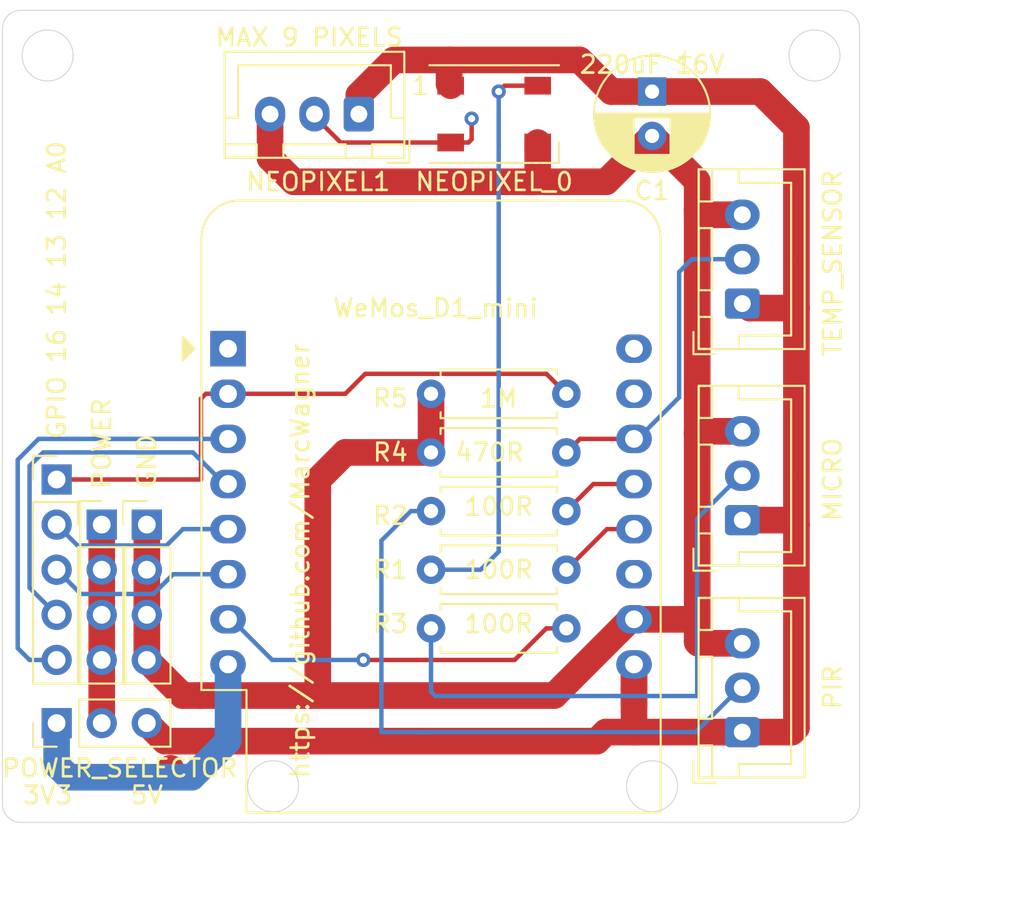
<source format=kicad_pcb>
(kicad_pcb (version 20171130) (host pcbnew 5.1.4-e60b266~84~ubuntu18.04.1)

  (general
    (thickness 1.6)
    (drawings 24)
    (tracks 182)
    (zones 0)
    (modules 16)
    (nets 22)
  )

  (page A4)
  (layers
    (0 F.Cu signal)
    (31 B.Cu signal)
    (32 B.Adhes user)
    (33 F.Adhes user)
    (34 B.Paste user)
    (35 F.Paste user)
    (36 B.SilkS user)
    (37 F.SilkS user)
    (38 B.Mask user)
    (39 F.Mask user)
    (40 Dwgs.User user)
    (41 Cmts.User user)
    (42 Eco1.User user)
    (43 Eco2.User user)
    (44 Edge.Cuts user)
    (45 Margin user)
    (46 B.CrtYd user)
    (47 F.CrtYd user)
    (48 B.Fab user)
    (49 F.Fab user)
  )

  (setup
    (last_trace_width 1.5)
    (user_trace_width 1.5)
    (trace_clearance 0.2)
    (zone_clearance 0.508)
    (zone_45_only no)
    (trace_min 0.2)
    (via_size 0.8)
    (via_drill 0.4)
    (via_min_size 0.4)
    (via_min_drill 0.3)
    (uvia_size 0.3)
    (uvia_drill 0.1)
    (uvias_allowed no)
    (uvia_min_size 0.2)
    (uvia_min_drill 0.1)
    (edge_width 0.05)
    (segment_width 0.2)
    (pcb_text_width 0.3)
    (pcb_text_size 1.5 1.5)
    (mod_edge_width 0.12)
    (mod_text_size 1 1)
    (mod_text_width 0.15)
    (pad_size 1.524 1.524)
    (pad_drill 0.762)
    (pad_to_mask_clearance 0.051)
    (solder_mask_min_width 0.25)
    (aux_axis_origin 0 0)
    (grid_origin 40.64 30.48)
    (visible_elements FFFFFF7F)
    (pcbplotparams
      (layerselection 0x010fc_ffffffff)
      (usegerberextensions false)
      (usegerberattributes false)
      (usegerberadvancedattributes false)
      (creategerberjobfile false)
      (excludeedgelayer true)
      (linewidth 0.100000)
      (plotframeref false)
      (viasonmask false)
      (mode 1)
      (useauxorigin false)
      (hpglpennumber 1)
      (hpglpenspeed 20)
      (hpglpendiameter 15.000000)
      (psnegative false)
      (psa4output false)
      (plotreference true)
      (plotvalue true)
      (plotinvisibletext false)
      (padsonsilk false)
      (subtractmaskfromsilk false)
      (outputformat 1)
      (mirror false)
      (drillshape 1)
      (scaleselection 1)
      (outputdirectory ""))
  )

  (net 0 "")
  (net 1 +5V)
  (net 2 GND)
  (net 3 /POWER)
  (net 4 +3V3)
  (net 5 /ANALOG)
  (net 6 /GPIO12)
  (net 7 /GPIO13)
  (net 8 /GPIO14)
  (net 9 "Net-(MICRO1-Pad2)")
  (net 10 "Net-(NEOPIXEL1-Pad2)")
  (net 11 "Net-(NEOPIXEL_0-Pad4)")
  (net 12 "Net-(PIR1-Pad2)")
  (net 13 /NEOPIXEL)
  (net 14 /PIR)
  (net 15 /MICRO)
  (net 16 /TEMP_SENSOR)
  (net 17 "Net-(Wemos_D1_Mini1-Pad1)")
  (net 18 /GPIO16)
  (net 19 /GPIO2)
  (net 20 "Net-(Wemos_D1_Mini1-Pad15)")
  (net 21 "Net-(Wemos_D1_Mini1-Pad16)")

  (net_class Default "This is the default net class."
    (clearance 0.2)
    (trace_width 0.25)
    (via_dia 0.8)
    (via_drill 0.4)
    (uvia_dia 0.3)
    (uvia_drill 0.1)
    (add_net +3V3)
    (add_net +5V)
    (add_net /ANALOG)
    (add_net /GPIO12)
    (add_net /GPIO13)
    (add_net /GPIO14)
    (add_net /GPIO16)
    (add_net /GPIO2)
    (add_net /MICRO)
    (add_net /NEOPIXEL)
    (add_net /PIR)
    (add_net /POWER)
    (add_net /TEMP_SENSOR)
    (add_net GND)
    (add_net "Net-(MICRO1-Pad2)")
    (add_net "Net-(NEOPIXEL1-Pad2)")
    (add_net "Net-(NEOPIXEL_0-Pad4)")
    (add_net "Net-(PIR1-Pad2)")
    (add_net "Net-(Wemos_D1_Mini1-Pad1)")
    (add_net "Net-(Wemos_D1_Mini1-Pad15)")
    (add_net "Net-(Wemos_D1_Mini1-Pad16)")
  )

  (module Capacitor_THT:CP_Radial_D6.3mm_P2.50mm (layer F.Cu) (tedit 5AE50EF0) (tstamp 5D5B834C)
    (at 77.216 35.052 270)
    (descr "CP, Radial series, Radial, pin pitch=2.50mm, , diameter=6.3mm, Electrolytic Capacitor")
    (tags "CP Radial series Radial pin pitch 2.50mm  diameter 6.3mm Electrolytic Capacitor")
    (path /5D64669C)
    (fp_text reference C1 (at 5.588 0 180) (layer F.SilkS)
      (effects (font (size 1 1) (thickness 0.15)))
    )
    (fp_text value "220uF 16V" (at -1.524 0) (layer F.SilkS)
      (effects (font (size 1 1) (thickness 0.15)))
    )
    (fp_circle (center 1.25 0) (end 4.4 0) (layer F.Fab) (width 0.1))
    (fp_circle (center 1.25 0) (end 4.52 0) (layer F.SilkS) (width 0.12))
    (fp_circle (center 1.25 0) (end 4.65 0) (layer F.CrtYd) (width 0.05))
    (fp_line (start -1.443972 -1.3735) (end -0.813972 -1.3735) (layer F.Fab) (width 0.1))
    (fp_line (start -1.128972 -1.6885) (end -1.128972 -1.0585) (layer F.Fab) (width 0.1))
    (fp_line (start 1.25 -3.23) (end 1.25 3.23) (layer F.SilkS) (width 0.12))
    (fp_line (start 1.29 -3.23) (end 1.29 3.23) (layer F.SilkS) (width 0.12))
    (fp_line (start 1.33 -3.23) (end 1.33 3.23) (layer F.SilkS) (width 0.12))
    (fp_line (start 1.37 -3.228) (end 1.37 3.228) (layer F.SilkS) (width 0.12))
    (fp_line (start 1.41 -3.227) (end 1.41 3.227) (layer F.SilkS) (width 0.12))
    (fp_line (start 1.45 -3.224) (end 1.45 3.224) (layer F.SilkS) (width 0.12))
    (fp_line (start 1.49 -3.222) (end 1.49 -1.04) (layer F.SilkS) (width 0.12))
    (fp_line (start 1.49 1.04) (end 1.49 3.222) (layer F.SilkS) (width 0.12))
    (fp_line (start 1.53 -3.218) (end 1.53 -1.04) (layer F.SilkS) (width 0.12))
    (fp_line (start 1.53 1.04) (end 1.53 3.218) (layer F.SilkS) (width 0.12))
    (fp_line (start 1.57 -3.215) (end 1.57 -1.04) (layer F.SilkS) (width 0.12))
    (fp_line (start 1.57 1.04) (end 1.57 3.215) (layer F.SilkS) (width 0.12))
    (fp_line (start 1.61 -3.211) (end 1.61 -1.04) (layer F.SilkS) (width 0.12))
    (fp_line (start 1.61 1.04) (end 1.61 3.211) (layer F.SilkS) (width 0.12))
    (fp_line (start 1.65 -3.206) (end 1.65 -1.04) (layer F.SilkS) (width 0.12))
    (fp_line (start 1.65 1.04) (end 1.65 3.206) (layer F.SilkS) (width 0.12))
    (fp_line (start 1.69 -3.201) (end 1.69 -1.04) (layer F.SilkS) (width 0.12))
    (fp_line (start 1.69 1.04) (end 1.69 3.201) (layer F.SilkS) (width 0.12))
    (fp_line (start 1.73 -3.195) (end 1.73 -1.04) (layer F.SilkS) (width 0.12))
    (fp_line (start 1.73 1.04) (end 1.73 3.195) (layer F.SilkS) (width 0.12))
    (fp_line (start 1.77 -3.189) (end 1.77 -1.04) (layer F.SilkS) (width 0.12))
    (fp_line (start 1.77 1.04) (end 1.77 3.189) (layer F.SilkS) (width 0.12))
    (fp_line (start 1.81 -3.182) (end 1.81 -1.04) (layer F.SilkS) (width 0.12))
    (fp_line (start 1.81 1.04) (end 1.81 3.182) (layer F.SilkS) (width 0.12))
    (fp_line (start 1.85 -3.175) (end 1.85 -1.04) (layer F.SilkS) (width 0.12))
    (fp_line (start 1.85 1.04) (end 1.85 3.175) (layer F.SilkS) (width 0.12))
    (fp_line (start 1.89 -3.167) (end 1.89 -1.04) (layer F.SilkS) (width 0.12))
    (fp_line (start 1.89 1.04) (end 1.89 3.167) (layer F.SilkS) (width 0.12))
    (fp_line (start 1.93 -3.159) (end 1.93 -1.04) (layer F.SilkS) (width 0.12))
    (fp_line (start 1.93 1.04) (end 1.93 3.159) (layer F.SilkS) (width 0.12))
    (fp_line (start 1.971 -3.15) (end 1.971 -1.04) (layer F.SilkS) (width 0.12))
    (fp_line (start 1.971 1.04) (end 1.971 3.15) (layer F.SilkS) (width 0.12))
    (fp_line (start 2.011 -3.141) (end 2.011 -1.04) (layer F.SilkS) (width 0.12))
    (fp_line (start 2.011 1.04) (end 2.011 3.141) (layer F.SilkS) (width 0.12))
    (fp_line (start 2.051 -3.131) (end 2.051 -1.04) (layer F.SilkS) (width 0.12))
    (fp_line (start 2.051 1.04) (end 2.051 3.131) (layer F.SilkS) (width 0.12))
    (fp_line (start 2.091 -3.121) (end 2.091 -1.04) (layer F.SilkS) (width 0.12))
    (fp_line (start 2.091 1.04) (end 2.091 3.121) (layer F.SilkS) (width 0.12))
    (fp_line (start 2.131 -3.11) (end 2.131 -1.04) (layer F.SilkS) (width 0.12))
    (fp_line (start 2.131 1.04) (end 2.131 3.11) (layer F.SilkS) (width 0.12))
    (fp_line (start 2.171 -3.098) (end 2.171 -1.04) (layer F.SilkS) (width 0.12))
    (fp_line (start 2.171 1.04) (end 2.171 3.098) (layer F.SilkS) (width 0.12))
    (fp_line (start 2.211 -3.086) (end 2.211 -1.04) (layer F.SilkS) (width 0.12))
    (fp_line (start 2.211 1.04) (end 2.211 3.086) (layer F.SilkS) (width 0.12))
    (fp_line (start 2.251 -3.074) (end 2.251 -1.04) (layer F.SilkS) (width 0.12))
    (fp_line (start 2.251 1.04) (end 2.251 3.074) (layer F.SilkS) (width 0.12))
    (fp_line (start 2.291 -3.061) (end 2.291 -1.04) (layer F.SilkS) (width 0.12))
    (fp_line (start 2.291 1.04) (end 2.291 3.061) (layer F.SilkS) (width 0.12))
    (fp_line (start 2.331 -3.047) (end 2.331 -1.04) (layer F.SilkS) (width 0.12))
    (fp_line (start 2.331 1.04) (end 2.331 3.047) (layer F.SilkS) (width 0.12))
    (fp_line (start 2.371 -3.033) (end 2.371 -1.04) (layer F.SilkS) (width 0.12))
    (fp_line (start 2.371 1.04) (end 2.371 3.033) (layer F.SilkS) (width 0.12))
    (fp_line (start 2.411 -3.018) (end 2.411 -1.04) (layer F.SilkS) (width 0.12))
    (fp_line (start 2.411 1.04) (end 2.411 3.018) (layer F.SilkS) (width 0.12))
    (fp_line (start 2.451 -3.002) (end 2.451 -1.04) (layer F.SilkS) (width 0.12))
    (fp_line (start 2.451 1.04) (end 2.451 3.002) (layer F.SilkS) (width 0.12))
    (fp_line (start 2.491 -2.986) (end 2.491 -1.04) (layer F.SilkS) (width 0.12))
    (fp_line (start 2.491 1.04) (end 2.491 2.986) (layer F.SilkS) (width 0.12))
    (fp_line (start 2.531 -2.97) (end 2.531 -1.04) (layer F.SilkS) (width 0.12))
    (fp_line (start 2.531 1.04) (end 2.531 2.97) (layer F.SilkS) (width 0.12))
    (fp_line (start 2.571 -2.952) (end 2.571 -1.04) (layer F.SilkS) (width 0.12))
    (fp_line (start 2.571 1.04) (end 2.571 2.952) (layer F.SilkS) (width 0.12))
    (fp_line (start 2.611 -2.934) (end 2.611 -1.04) (layer F.SilkS) (width 0.12))
    (fp_line (start 2.611 1.04) (end 2.611 2.934) (layer F.SilkS) (width 0.12))
    (fp_line (start 2.651 -2.916) (end 2.651 -1.04) (layer F.SilkS) (width 0.12))
    (fp_line (start 2.651 1.04) (end 2.651 2.916) (layer F.SilkS) (width 0.12))
    (fp_line (start 2.691 -2.896) (end 2.691 -1.04) (layer F.SilkS) (width 0.12))
    (fp_line (start 2.691 1.04) (end 2.691 2.896) (layer F.SilkS) (width 0.12))
    (fp_line (start 2.731 -2.876) (end 2.731 -1.04) (layer F.SilkS) (width 0.12))
    (fp_line (start 2.731 1.04) (end 2.731 2.876) (layer F.SilkS) (width 0.12))
    (fp_line (start 2.771 -2.856) (end 2.771 -1.04) (layer F.SilkS) (width 0.12))
    (fp_line (start 2.771 1.04) (end 2.771 2.856) (layer F.SilkS) (width 0.12))
    (fp_line (start 2.811 -2.834) (end 2.811 -1.04) (layer F.SilkS) (width 0.12))
    (fp_line (start 2.811 1.04) (end 2.811 2.834) (layer F.SilkS) (width 0.12))
    (fp_line (start 2.851 -2.812) (end 2.851 -1.04) (layer F.SilkS) (width 0.12))
    (fp_line (start 2.851 1.04) (end 2.851 2.812) (layer F.SilkS) (width 0.12))
    (fp_line (start 2.891 -2.79) (end 2.891 -1.04) (layer F.SilkS) (width 0.12))
    (fp_line (start 2.891 1.04) (end 2.891 2.79) (layer F.SilkS) (width 0.12))
    (fp_line (start 2.931 -2.766) (end 2.931 -1.04) (layer F.SilkS) (width 0.12))
    (fp_line (start 2.931 1.04) (end 2.931 2.766) (layer F.SilkS) (width 0.12))
    (fp_line (start 2.971 -2.742) (end 2.971 -1.04) (layer F.SilkS) (width 0.12))
    (fp_line (start 2.971 1.04) (end 2.971 2.742) (layer F.SilkS) (width 0.12))
    (fp_line (start 3.011 -2.716) (end 3.011 -1.04) (layer F.SilkS) (width 0.12))
    (fp_line (start 3.011 1.04) (end 3.011 2.716) (layer F.SilkS) (width 0.12))
    (fp_line (start 3.051 -2.69) (end 3.051 -1.04) (layer F.SilkS) (width 0.12))
    (fp_line (start 3.051 1.04) (end 3.051 2.69) (layer F.SilkS) (width 0.12))
    (fp_line (start 3.091 -2.664) (end 3.091 -1.04) (layer F.SilkS) (width 0.12))
    (fp_line (start 3.091 1.04) (end 3.091 2.664) (layer F.SilkS) (width 0.12))
    (fp_line (start 3.131 -2.636) (end 3.131 -1.04) (layer F.SilkS) (width 0.12))
    (fp_line (start 3.131 1.04) (end 3.131 2.636) (layer F.SilkS) (width 0.12))
    (fp_line (start 3.171 -2.607) (end 3.171 -1.04) (layer F.SilkS) (width 0.12))
    (fp_line (start 3.171 1.04) (end 3.171 2.607) (layer F.SilkS) (width 0.12))
    (fp_line (start 3.211 -2.578) (end 3.211 -1.04) (layer F.SilkS) (width 0.12))
    (fp_line (start 3.211 1.04) (end 3.211 2.578) (layer F.SilkS) (width 0.12))
    (fp_line (start 3.251 -2.548) (end 3.251 -1.04) (layer F.SilkS) (width 0.12))
    (fp_line (start 3.251 1.04) (end 3.251 2.548) (layer F.SilkS) (width 0.12))
    (fp_line (start 3.291 -2.516) (end 3.291 -1.04) (layer F.SilkS) (width 0.12))
    (fp_line (start 3.291 1.04) (end 3.291 2.516) (layer F.SilkS) (width 0.12))
    (fp_line (start 3.331 -2.484) (end 3.331 -1.04) (layer F.SilkS) (width 0.12))
    (fp_line (start 3.331 1.04) (end 3.331 2.484) (layer F.SilkS) (width 0.12))
    (fp_line (start 3.371 -2.45) (end 3.371 -1.04) (layer F.SilkS) (width 0.12))
    (fp_line (start 3.371 1.04) (end 3.371 2.45) (layer F.SilkS) (width 0.12))
    (fp_line (start 3.411 -2.416) (end 3.411 -1.04) (layer F.SilkS) (width 0.12))
    (fp_line (start 3.411 1.04) (end 3.411 2.416) (layer F.SilkS) (width 0.12))
    (fp_line (start 3.451 -2.38) (end 3.451 -1.04) (layer F.SilkS) (width 0.12))
    (fp_line (start 3.451 1.04) (end 3.451 2.38) (layer F.SilkS) (width 0.12))
    (fp_line (start 3.491 -2.343) (end 3.491 -1.04) (layer F.SilkS) (width 0.12))
    (fp_line (start 3.491 1.04) (end 3.491 2.343) (layer F.SilkS) (width 0.12))
    (fp_line (start 3.531 -2.305) (end 3.531 -1.04) (layer F.SilkS) (width 0.12))
    (fp_line (start 3.531 1.04) (end 3.531 2.305) (layer F.SilkS) (width 0.12))
    (fp_line (start 3.571 -2.265) (end 3.571 2.265) (layer F.SilkS) (width 0.12))
    (fp_line (start 3.611 -2.224) (end 3.611 2.224) (layer F.SilkS) (width 0.12))
    (fp_line (start 3.651 -2.182) (end 3.651 2.182) (layer F.SilkS) (width 0.12))
    (fp_line (start 3.691 -2.137) (end 3.691 2.137) (layer F.SilkS) (width 0.12))
    (fp_line (start 3.731 -2.092) (end 3.731 2.092) (layer F.SilkS) (width 0.12))
    (fp_line (start 3.771 -2.044) (end 3.771 2.044) (layer F.SilkS) (width 0.12))
    (fp_line (start 3.811 -1.995) (end 3.811 1.995) (layer F.SilkS) (width 0.12))
    (fp_line (start 3.851 -1.944) (end 3.851 1.944) (layer F.SilkS) (width 0.12))
    (fp_line (start 3.891 -1.89) (end 3.891 1.89) (layer F.SilkS) (width 0.12))
    (fp_line (start 3.931 -1.834) (end 3.931 1.834) (layer F.SilkS) (width 0.12))
    (fp_line (start 3.971 -1.776) (end 3.971 1.776) (layer F.SilkS) (width 0.12))
    (fp_line (start 4.011 -1.714) (end 4.011 1.714) (layer F.SilkS) (width 0.12))
    (fp_line (start 4.051 -1.65) (end 4.051 1.65) (layer F.SilkS) (width 0.12))
    (fp_line (start 4.091 -1.581) (end 4.091 1.581) (layer F.SilkS) (width 0.12))
    (fp_line (start 4.131 -1.509) (end 4.131 1.509) (layer F.SilkS) (width 0.12))
    (fp_line (start 4.171 -1.432) (end 4.171 1.432) (layer F.SilkS) (width 0.12))
    (fp_line (start 4.211 -1.35) (end 4.211 1.35) (layer F.SilkS) (width 0.12))
    (fp_line (start 4.251 -1.262) (end 4.251 1.262) (layer F.SilkS) (width 0.12))
    (fp_line (start 4.291 -1.165) (end 4.291 1.165) (layer F.SilkS) (width 0.12))
    (fp_line (start 4.331 -1.059) (end 4.331 1.059) (layer F.SilkS) (width 0.12))
    (fp_line (start 4.371 -0.94) (end 4.371 0.94) (layer F.SilkS) (width 0.12))
    (fp_line (start 4.411 -0.802) (end 4.411 0.802) (layer F.SilkS) (width 0.12))
    (fp_line (start 4.451 -0.633) (end 4.451 0.633) (layer F.SilkS) (width 0.12))
    (fp_line (start 4.491 -0.402) (end 4.491 0.402) (layer F.SilkS) (width 0.12))
    (fp_line (start -2.250241 -1.839) (end -1.620241 -1.839) (layer F.SilkS) (width 0.12))
    (fp_line (start -1.935241 -2.154) (end -1.935241 -1.524) (layer F.SilkS) (width 0.12))
    (fp_text user %R (at 1.25 0 90) (layer F.Fab)
      (effects (font (size 1 1) (thickness 0.15)))
    )
    (pad 1 thru_hole rect (at 0 0 270) (size 1.6 1.6) (drill 0.8) (layers *.Cu *.Mask)
      (net 1 +5V))
    (pad 2 thru_hole circle (at 2.5 0 270) (size 1.6 1.6) (drill 0.8) (layers *.Cu *.Mask)
      (net 2 GND))
    (model ${KISYS3DMOD}/Capacitor_THT.3dshapes/CP_Radial_D6.3mm_P2.50mm.wrl
      (at (xyz 0 0 0))
      (scale (xyz 1 1 1))
      (rotate (xyz 0 0 0))
    )
  )

  (module Connector_JST:JST_XH_B3B-XH-A_1x03_P2.50mm_Vertical (layer F.Cu) (tedit 5C28146C) (tstamp 5D5B59C9)
    (at 60.706 36.322 180)
    (descr "JST XH series connector, B3B-XH-A (http://www.jst-mfg.com/product/pdf/eng/eXH.pdf), generated with kicad-footprint-generator")
    (tags "connector JST XH vertical")
    (path /5D5C7338)
    (fp_text reference NEOPIXEL1 (at 2.286 -3.81) (layer F.SilkS)
      (effects (font (size 1 1) (thickness 0.15)))
    )
    (fp_text value Conn_01x03_Female (at 2.5 4.6) (layer F.Fab)
      (effects (font (size 1 1) (thickness 0.15)))
    )
    (fp_text user %R (at 2.5 2.7) (layer F.Fab)
      (effects (font (size 1 1) (thickness 0.15)))
    )
    (fp_line (start -2.85 -2.75) (end -2.85 -1.5) (layer F.SilkS) (width 0.12))
    (fp_line (start -1.6 -2.75) (end -2.85 -2.75) (layer F.SilkS) (width 0.12))
    (fp_line (start 6.8 2.75) (end 2.5 2.75) (layer F.SilkS) (width 0.12))
    (fp_line (start 6.8 -0.2) (end 6.8 2.75) (layer F.SilkS) (width 0.12))
    (fp_line (start 7.55 -0.2) (end 6.8 -0.2) (layer F.SilkS) (width 0.12))
    (fp_line (start -1.8 2.75) (end 2.5 2.75) (layer F.SilkS) (width 0.12))
    (fp_line (start -1.8 -0.2) (end -1.8 2.75) (layer F.SilkS) (width 0.12))
    (fp_line (start -2.55 -0.2) (end -1.8 -0.2) (layer F.SilkS) (width 0.12))
    (fp_line (start 7.55 -2.45) (end 5.75 -2.45) (layer F.SilkS) (width 0.12))
    (fp_line (start 7.55 -1.7) (end 7.55 -2.45) (layer F.SilkS) (width 0.12))
    (fp_line (start 5.75 -1.7) (end 7.55 -1.7) (layer F.SilkS) (width 0.12))
    (fp_line (start 5.75 -2.45) (end 5.75 -1.7) (layer F.SilkS) (width 0.12))
    (fp_line (start -0.75 -2.45) (end -2.55 -2.45) (layer F.SilkS) (width 0.12))
    (fp_line (start -0.75 -1.7) (end -0.75 -2.45) (layer F.SilkS) (width 0.12))
    (fp_line (start -2.55 -1.7) (end -0.75 -1.7) (layer F.SilkS) (width 0.12))
    (fp_line (start -2.55 -2.45) (end -2.55 -1.7) (layer F.SilkS) (width 0.12))
    (fp_line (start 4.25 -2.45) (end 0.75 -2.45) (layer F.SilkS) (width 0.12))
    (fp_line (start 4.25 -1.7) (end 4.25 -2.45) (layer F.SilkS) (width 0.12))
    (fp_line (start 0.75 -1.7) (end 4.25 -1.7) (layer F.SilkS) (width 0.12))
    (fp_line (start 0.75 -2.45) (end 0.75 -1.7) (layer F.SilkS) (width 0.12))
    (fp_line (start 0 -1.35) (end 0.625 -2.35) (layer F.Fab) (width 0.1))
    (fp_line (start -0.625 -2.35) (end 0 -1.35) (layer F.Fab) (width 0.1))
    (fp_line (start 7.95 -2.85) (end -2.95 -2.85) (layer F.CrtYd) (width 0.05))
    (fp_line (start 7.95 3.9) (end 7.95 -2.85) (layer F.CrtYd) (width 0.05))
    (fp_line (start -2.95 3.9) (end 7.95 3.9) (layer F.CrtYd) (width 0.05))
    (fp_line (start -2.95 -2.85) (end -2.95 3.9) (layer F.CrtYd) (width 0.05))
    (fp_line (start 7.56 -2.46) (end -2.56 -2.46) (layer F.SilkS) (width 0.12))
    (fp_line (start 7.56 3.51) (end 7.56 -2.46) (layer F.SilkS) (width 0.12))
    (fp_line (start -2.56 3.51) (end 7.56 3.51) (layer F.SilkS) (width 0.12))
    (fp_line (start -2.56 -2.46) (end -2.56 3.51) (layer F.SilkS) (width 0.12))
    (fp_line (start 7.45 -2.35) (end -2.45 -2.35) (layer F.Fab) (width 0.1))
    (fp_line (start 7.45 3.4) (end 7.45 -2.35) (layer F.Fab) (width 0.1))
    (fp_line (start -2.45 3.4) (end 7.45 3.4) (layer F.Fab) (width 0.1))
    (fp_line (start -2.45 -2.35) (end -2.45 3.4) (layer F.Fab) (width 0.1))
    (pad 3 thru_hole oval (at 5 0 180) (size 1.7 1.95) (drill 0.95) (layers *.Cu *.Mask)
      (net 2 GND))
    (pad 2 thru_hole oval (at 2.5 0 180) (size 1.7 1.95) (drill 0.95) (layers *.Cu *.Mask)
      (net 10 "Net-(NEOPIXEL1-Pad2)"))
    (pad 1 thru_hole roundrect (at 0 0 180) (size 1.7 1.95) (drill 0.95) (layers *.Cu *.Mask) (roundrect_rratio 0.147059)
      (net 1 +5V))
    (model ${KISYS3DMOD}/Connector_JST.3dshapes/JST_XH_B3B-XH-A_1x03_P2.50mm_Vertical.wrl
      (at (xyz 0 0 0))
      (scale (xyz 1 1 1))
      (rotate (xyz 0 0 0))
    )
  )

  (module LED_SMD:LED_WS2812B_PLCC4_5.0x5.0mm_P3.2mm (layer F.Cu) (tedit 5AA4B285) (tstamp 5D66DB56)
    (at 68.326 36.322)
    (descr https://cdn-shop.adafruit.com/datasheets/WS2812B.pdf)
    (tags "LED RGB NeoPixel")
    (path /5D5D91F3)
    (attr smd)
    (fp_text reference NEOPIXEL_0 (at 0 3.81) (layer F.SilkS)
      (effects (font (size 1 1) (thickness 0.15)))
    )
    (fp_text value Inolux_IN-PI556FCH (at 0 4) (layer F.Fab)
      (effects (font (size 1 1) (thickness 0.15)))
    )
    (fp_text user 1 (at -4.15 -1.6) (layer F.SilkS)
      (effects (font (size 1 1) (thickness 0.15)))
    )
    (fp_text user %R (at 0 0) (layer F.Fab)
      (effects (font (size 0.8 0.8) (thickness 0.15)))
    )
    (fp_line (start 3.45 -2.75) (end -3.45 -2.75) (layer F.CrtYd) (width 0.05))
    (fp_line (start 3.45 2.75) (end 3.45 -2.75) (layer F.CrtYd) (width 0.05))
    (fp_line (start -3.45 2.75) (end 3.45 2.75) (layer F.CrtYd) (width 0.05))
    (fp_line (start -3.45 -2.75) (end -3.45 2.75) (layer F.CrtYd) (width 0.05))
    (fp_line (start 2.5 1.5) (end 1.5 2.5) (layer F.Fab) (width 0.1))
    (fp_line (start -2.5 -2.5) (end -2.5 2.5) (layer F.Fab) (width 0.1))
    (fp_line (start -2.5 2.5) (end 2.5 2.5) (layer F.Fab) (width 0.1))
    (fp_line (start 2.5 2.5) (end 2.5 -2.5) (layer F.Fab) (width 0.1))
    (fp_line (start 2.5 -2.5) (end -2.5 -2.5) (layer F.Fab) (width 0.1))
    (fp_line (start -3.65 -2.75) (end 3.65 -2.75) (layer F.SilkS) (width 0.12))
    (fp_line (start -3.65 2.75) (end 3.65 2.75) (layer F.SilkS) (width 0.12))
    (fp_line (start 3.65 2.75) (end 3.65 1.6) (layer F.SilkS) (width 0.12))
    (fp_circle (center 0 0) (end 0 -2) (layer F.Fab) (width 0.1))
    (pad 3 smd rect (at 2.45 1.6) (size 1.5 1) (layers F.Cu F.Paste F.Mask)
      (net 2 GND))
    (pad 4 smd rect (at 2.45 -1.6) (size 1.5 1) (layers F.Cu F.Paste F.Mask)
      (net 11 "Net-(NEOPIXEL_0-Pad4)"))
    (pad 2 smd rect (at -2.45 1.6) (size 1.5 1) (layers F.Cu F.Paste F.Mask)
      (net 10 "Net-(NEOPIXEL1-Pad2)"))
    (pad 1 smd rect (at -2.45 -1.6) (size 1.5 1) (layers F.Cu F.Paste F.Mask)
      (net 1 +5V))
    (model ${KISYS3DMOD}/LED_SMD.3dshapes/LED_WS2812B_PLCC4_5.0x5.0mm_P3.2mm.wrl
      (at (xyz 0 0 0))
      (scale (xyz 1 1 1))
      (rotate (xyz 0 0 0))
    )
  )

  (module Connector_JST:JST_XH_B3B-XH-A_1x03_P2.50mm_Vertical (layer F.Cu) (tedit 5C28146C) (tstamp 5D5B599F)
    (at 82.296 59.182 90)
    (descr "JST XH series connector, B3B-XH-A (http://www.jst-mfg.com/product/pdf/eng/eXH.pdf), generated with kicad-footprint-generator")
    (tags "connector JST XH vertical")
    (path /5D5C4729)
    (fp_text reference MICRO1 (at 2.5 -3.55 90) (layer F.Fab)
      (effects (font (size 1 1) (thickness 0.15)))
    )
    (fp_text value Conn_01x03_Female (at 2.5 4.6 90) (layer F.Fab)
      (effects (font (size 1 1) (thickness 0.15)))
    )
    (fp_text user %R (at 2.5 2.7 90) (layer F.Fab)
      (effects (font (size 1 1) (thickness 0.15)))
    )
    (fp_line (start -2.85 -2.75) (end -2.85 -1.5) (layer F.SilkS) (width 0.12))
    (fp_line (start -1.6 -2.75) (end -2.85 -2.75) (layer F.SilkS) (width 0.12))
    (fp_line (start 6.8 2.75) (end 2.5 2.75) (layer F.SilkS) (width 0.12))
    (fp_line (start 6.8 -0.2) (end 6.8 2.75) (layer F.SilkS) (width 0.12))
    (fp_line (start 7.55 -0.2) (end 6.8 -0.2) (layer F.SilkS) (width 0.12))
    (fp_line (start -1.8 2.75) (end 2.5 2.75) (layer F.SilkS) (width 0.12))
    (fp_line (start -1.8 -0.2) (end -1.8 2.75) (layer F.SilkS) (width 0.12))
    (fp_line (start -2.55 -0.2) (end -1.8 -0.2) (layer F.SilkS) (width 0.12))
    (fp_line (start 7.55 -2.45) (end 5.75 -2.45) (layer F.SilkS) (width 0.12))
    (fp_line (start 7.55 -1.7) (end 7.55 -2.45) (layer F.SilkS) (width 0.12))
    (fp_line (start 5.75 -1.7) (end 7.55 -1.7) (layer F.SilkS) (width 0.12))
    (fp_line (start 5.75 -2.45) (end 5.75 -1.7) (layer F.SilkS) (width 0.12))
    (fp_line (start -0.75 -2.45) (end -2.55 -2.45) (layer F.SilkS) (width 0.12))
    (fp_line (start -0.75 -1.7) (end -0.75 -2.45) (layer F.SilkS) (width 0.12))
    (fp_line (start -2.55 -1.7) (end -0.75 -1.7) (layer F.SilkS) (width 0.12))
    (fp_line (start -2.55 -2.45) (end -2.55 -1.7) (layer F.SilkS) (width 0.12))
    (fp_line (start 4.25 -2.45) (end 0.75 -2.45) (layer F.SilkS) (width 0.12))
    (fp_line (start 4.25 -1.7) (end 4.25 -2.45) (layer F.SilkS) (width 0.12))
    (fp_line (start 0.75 -1.7) (end 4.25 -1.7) (layer F.SilkS) (width 0.12))
    (fp_line (start 0.75 -2.45) (end 0.75 -1.7) (layer F.SilkS) (width 0.12))
    (fp_line (start 0 -1.35) (end 0.625 -2.35) (layer F.Fab) (width 0.1))
    (fp_line (start -0.625 -2.35) (end 0 -1.35) (layer F.Fab) (width 0.1))
    (fp_line (start 7.95 -2.85) (end -2.95 -2.85) (layer F.CrtYd) (width 0.05))
    (fp_line (start 7.95 3.9) (end 7.95 -2.85) (layer F.CrtYd) (width 0.05))
    (fp_line (start -2.95 3.9) (end 7.95 3.9) (layer F.CrtYd) (width 0.05))
    (fp_line (start -2.95 -2.85) (end -2.95 3.9) (layer F.CrtYd) (width 0.05))
    (fp_line (start 7.56 -2.46) (end -2.56 -2.46) (layer F.SilkS) (width 0.12))
    (fp_line (start 7.56 3.51) (end 7.56 -2.46) (layer F.SilkS) (width 0.12))
    (fp_line (start -2.56 3.51) (end 7.56 3.51) (layer F.SilkS) (width 0.12))
    (fp_line (start -2.56 -2.46) (end -2.56 3.51) (layer F.SilkS) (width 0.12))
    (fp_line (start 7.45 -2.35) (end -2.45 -2.35) (layer F.Fab) (width 0.1))
    (fp_line (start 7.45 3.4) (end 7.45 -2.35) (layer F.Fab) (width 0.1))
    (fp_line (start -2.45 3.4) (end 7.45 3.4) (layer F.Fab) (width 0.1))
    (fp_line (start -2.45 -2.35) (end -2.45 3.4) (layer F.Fab) (width 0.1))
    (pad 3 thru_hole oval (at 5 0 90) (size 1.7 1.95) (drill 0.95) (layers *.Cu *.Mask)
      (net 2 GND))
    (pad 2 thru_hole oval (at 2.5 0 90) (size 1.7 1.95) (drill 0.95) (layers *.Cu *.Mask)
      (net 9 "Net-(MICRO1-Pad2)"))
    (pad 1 thru_hole roundrect (at 0 0 90) (size 1.7 1.95) (drill 0.95) (layers *.Cu *.Mask) (roundrect_rratio 0.147059)
      (net 1 +5V))
    (model ${KISYS3DMOD}/Connector_JST.3dshapes/JST_XH_B3B-XH-A_1x03_P2.50mm_Vertical.wrl
      (at (xyz 0 0 0))
      (scale (xyz 1 1 1))
      (rotate (xyz 0 0 0))
    )
  )

  (module Connector_PinHeader_2.54mm:PinHeader_1x04_P2.54mm_Vertical (layer F.Cu) (tedit 59FED5CC) (tstamp 5D5B592E)
    (at 46.228 59.436)
    (descr "Through hole straight pin header, 1x04, 2.54mm pitch, single row")
    (tags "Through hole pin header THT 1x04 2.54mm single row")
    (path /5D61DB8B)
    (fp_text reference J1 (at 0 -2.33) (layer F.Fab)
      (effects (font (size 1 1) (thickness 0.15)))
    )
    (fp_text value Conn_01x04_Male (at 0.254 -3.556 90) (layer F.Fab)
      (effects (font (size 1 1) (thickness 0.15)))
    )
    (fp_line (start -0.635 -1.27) (end 1.27 -1.27) (layer F.Fab) (width 0.1))
    (fp_line (start 1.27 -1.27) (end 1.27 8.89) (layer F.Fab) (width 0.1))
    (fp_line (start 1.27 8.89) (end -1.27 8.89) (layer F.Fab) (width 0.1))
    (fp_line (start -1.27 8.89) (end -1.27 -0.635) (layer F.Fab) (width 0.1))
    (fp_line (start -1.27 -0.635) (end -0.635 -1.27) (layer F.Fab) (width 0.1))
    (fp_line (start -1.33 8.95) (end 1.33 8.95) (layer F.SilkS) (width 0.12))
    (fp_line (start -1.33 1.27) (end -1.33 8.95) (layer F.SilkS) (width 0.12))
    (fp_line (start 1.33 1.27) (end 1.33 8.95) (layer F.SilkS) (width 0.12))
    (fp_line (start -1.33 1.27) (end 1.33 1.27) (layer F.SilkS) (width 0.12))
    (fp_line (start -1.33 0) (end -1.33 -1.33) (layer F.SilkS) (width 0.12))
    (fp_line (start -1.33 -1.33) (end 0 -1.33) (layer F.SilkS) (width 0.12))
    (fp_line (start -1.8 -1.8) (end -1.8 9.4) (layer F.CrtYd) (width 0.05))
    (fp_line (start -1.8 9.4) (end 1.8 9.4) (layer F.CrtYd) (width 0.05))
    (fp_line (start 1.8 9.4) (end 1.8 -1.8) (layer F.CrtYd) (width 0.05))
    (fp_line (start 1.8 -1.8) (end -1.8 -1.8) (layer F.CrtYd) (width 0.05))
    (fp_text user %R (at 0 3.81 90) (layer F.Fab)
      (effects (font (size 1 1) (thickness 0.15)))
    )
    (pad 1 thru_hole rect (at 0 0) (size 1.7 1.7) (drill 1) (layers *.Cu *.Mask)
      (net 3 /POWER))
    (pad 2 thru_hole oval (at 0 2.54) (size 1.7 1.7) (drill 1) (layers *.Cu *.Mask)
      (net 3 /POWER))
    (pad 3 thru_hole oval (at 0 5.08) (size 1.7 1.7) (drill 1) (layers *.Cu *.Mask)
      (net 3 /POWER))
    (pad 4 thru_hole oval (at 0 7.62) (size 1.7 1.7) (drill 1) (layers *.Cu *.Mask)
      (net 3 /POWER))
    (model ${KISYS3DMOD}/Connector_PinHeader_2.54mm.3dshapes/PinHeader_1x04_P2.54mm_Vertical.wrl
      (at (xyz 0 0 0))
      (scale (xyz 1 1 1))
      (rotate (xyz 0 0 0))
    )
  )

  (module Connector_PinHeader_2.54mm:PinHeader_1x03_P2.54mm_Vertical (layer F.Cu) (tedit 59FED5CC) (tstamp 5D5B5945)
    (at 43.688 70.612 90)
    (descr "Through hole straight pin header, 1x03, 2.54mm pitch, single row")
    (tags "Through hole pin header THT 1x03 2.54mm single row")
    (path /5D620D45)
    (fp_text reference J2 (at 0 -2.33 90) (layer F.Fab)
      (effects (font (size 1 1) (thickness 0.15)))
    )
    (fp_text value POWER_SELECTOR (at -2.54 3.556 180) (layer F.SilkS)
      (effects (font (size 1 1) (thickness 0.15)))
    )
    (fp_line (start -0.635 -1.27) (end 1.27 -1.27) (layer F.Fab) (width 0.1))
    (fp_line (start 1.27 -1.27) (end 1.27 6.35) (layer F.Fab) (width 0.1))
    (fp_line (start 1.27 6.35) (end -1.27 6.35) (layer F.Fab) (width 0.1))
    (fp_line (start -1.27 6.35) (end -1.27 -0.635) (layer F.Fab) (width 0.1))
    (fp_line (start -1.27 -0.635) (end -0.635 -1.27) (layer F.Fab) (width 0.1))
    (fp_line (start -1.33 6.41) (end 1.33 6.41) (layer F.SilkS) (width 0.12))
    (fp_line (start -1.33 1.27) (end -1.33 6.41) (layer F.SilkS) (width 0.12))
    (fp_line (start 1.33 1.27) (end 1.33 6.41) (layer F.SilkS) (width 0.12))
    (fp_line (start -1.33 1.27) (end 1.33 1.27) (layer F.SilkS) (width 0.12))
    (fp_line (start -1.33 0) (end -1.33 -1.33) (layer F.SilkS) (width 0.12))
    (fp_line (start -1.33 -1.33) (end 0 -1.33) (layer F.SilkS) (width 0.12))
    (fp_line (start -1.8 -1.8) (end -1.8 6.85) (layer F.CrtYd) (width 0.05))
    (fp_line (start -1.8 6.85) (end 1.8 6.85) (layer F.CrtYd) (width 0.05))
    (fp_line (start 1.8 6.85) (end 1.8 -1.8) (layer F.CrtYd) (width 0.05))
    (fp_line (start 1.8 -1.8) (end -1.8 -1.8) (layer F.CrtYd) (width 0.05))
    (fp_text user %R (at 0 2.54) (layer F.Fab)
      (effects (font (size 1 1) (thickness 0.15)))
    )
    (pad 1 thru_hole rect (at 0 0 90) (size 1.7 1.7) (drill 1) (layers *.Cu *.Mask)
      (net 4 +3V3))
    (pad 2 thru_hole oval (at 0 2.54 90) (size 1.7 1.7) (drill 1) (layers *.Cu *.Mask)
      (net 3 /POWER))
    (pad 3 thru_hole oval (at 0 5.08 90) (size 1.7 1.7) (drill 1) (layers *.Cu *.Mask)
      (net 1 +5V))
    (model ${KISYS3DMOD}/Connector_PinHeader_2.54mm.3dshapes/PinHeader_1x03_P2.54mm_Vertical.wrl
      (at (xyz 0 0 0))
      (scale (xyz 1 1 1))
      (rotate (xyz 0 0 0))
    )
  )

  (module Connector_PinHeader_2.54mm:PinHeader_1x04_P2.54mm_Vertical (layer F.Cu) (tedit 59FED5CC) (tstamp 5D5B6BD3)
    (at 48.768 59.436)
    (descr "Through hole straight pin header, 1x04, 2.54mm pitch, single row")
    (tags "Through hole pin header THT 1x04 2.54mm single row")
    (path /5D61EEAB)
    (fp_text reference J3 (at 0 -2.33) (layer F.Fab)
      (effects (font (size 1 1) (thickness 0.15)))
    )
    (fp_text value Conn_01x04_Male (at 0.254 -3.556 90) (layer F.Fab)
      (effects (font (size 1 1) (thickness 0.15)))
    )
    (fp_text user %R (at -1.575001 5.032999 90) (layer F.Fab)
      (effects (font (size 1 1) (thickness 0.15)))
    )
    (fp_line (start 1.8 -1.8) (end -1.8 -1.8) (layer F.CrtYd) (width 0.05))
    (fp_line (start 1.8 9.4) (end 1.8 -1.8) (layer F.CrtYd) (width 0.05))
    (fp_line (start -1.8 9.4) (end 1.8 9.4) (layer F.CrtYd) (width 0.05))
    (fp_line (start -1.8 -1.8) (end -1.8 9.4) (layer F.CrtYd) (width 0.05))
    (fp_line (start -1.33 -1.33) (end 0 -1.33) (layer F.SilkS) (width 0.12))
    (fp_line (start -1.33 0) (end -1.33 -1.33) (layer F.SilkS) (width 0.12))
    (fp_line (start -1.33 1.27) (end 1.33 1.27) (layer F.SilkS) (width 0.12))
    (fp_line (start 1.33 1.27) (end 1.33 8.95) (layer F.SilkS) (width 0.12))
    (fp_line (start -1.33 1.27) (end -1.33 8.95) (layer F.SilkS) (width 0.12))
    (fp_line (start -1.33 8.95) (end 1.33 8.95) (layer F.SilkS) (width 0.12))
    (fp_line (start -1.27 -0.635) (end -0.635 -1.27) (layer F.Fab) (width 0.1))
    (fp_line (start -1.27 8.89) (end -1.27 -0.635) (layer F.Fab) (width 0.1))
    (fp_line (start 1.27 8.89) (end -1.27 8.89) (layer F.Fab) (width 0.1))
    (fp_line (start 1.27 -1.27) (end 1.27 8.89) (layer F.Fab) (width 0.1))
    (fp_line (start -0.635 -1.27) (end 1.27 -1.27) (layer F.Fab) (width 0.1))
    (pad 4 thru_hole oval (at 0 7.62) (size 1.7 1.7) (drill 1) (layers *.Cu *.Mask)
      (net 2 GND))
    (pad 3 thru_hole oval (at 0 5.08) (size 1.7 1.7) (drill 1) (layers *.Cu *.Mask)
      (net 2 GND))
    (pad 2 thru_hole oval (at 0 2.54) (size 1.7 1.7) (drill 1) (layers *.Cu *.Mask)
      (net 2 GND))
    (pad 1 thru_hole rect (at 0 0) (size 1.7 1.7) (drill 1) (layers *.Cu *.Mask)
      (net 2 GND))
    (model ${KISYS3DMOD}/Connector_PinHeader_2.54mm.3dshapes/PinHeader_1x04_P2.54mm_Vertical.wrl
      (at (xyz 0 0 0))
      (scale (xyz 1 1 1))
      (rotate (xyz 0 0 0))
    )
  )

  (module Connector_JST:JST_XH_B3B-XH-A_1x03_P2.50mm_Vertical (layer F.Cu) (tedit 5C28146C) (tstamp 5D5B5A0B)
    (at 82.296 71.12 90)
    (descr "JST XH series connector, B3B-XH-A (http://www.jst-mfg.com/product/pdf/eng/eXH.pdf), generated with kicad-footprint-generator")
    (tags "connector JST XH vertical")
    (path /5D5BBE0F)
    (fp_text reference PIR1 (at 2.5 -3.55 90) (layer F.Fab)
      (effects (font (size 1 1) (thickness 0.15)))
    )
    (fp_text value Conn_01x03_Female (at 2.5 4.6 90) (layer F.Fab)
      (effects (font (size 1 1) (thickness 0.15)))
    )
    (fp_line (start -2.45 -2.35) (end -2.45 3.4) (layer F.Fab) (width 0.1))
    (fp_line (start -2.45 3.4) (end 7.45 3.4) (layer F.Fab) (width 0.1))
    (fp_line (start 7.45 3.4) (end 7.45 -2.35) (layer F.Fab) (width 0.1))
    (fp_line (start 7.45 -2.35) (end -2.45 -2.35) (layer F.Fab) (width 0.1))
    (fp_line (start -2.56 -2.46) (end -2.56 3.51) (layer F.SilkS) (width 0.12))
    (fp_line (start -2.56 3.51) (end 7.56 3.51) (layer F.SilkS) (width 0.12))
    (fp_line (start 7.56 3.51) (end 7.56 -2.46) (layer F.SilkS) (width 0.12))
    (fp_line (start 7.56 -2.46) (end -2.56 -2.46) (layer F.SilkS) (width 0.12))
    (fp_line (start -2.95 -2.85) (end -2.95 3.9) (layer F.CrtYd) (width 0.05))
    (fp_line (start -2.95 3.9) (end 7.95 3.9) (layer F.CrtYd) (width 0.05))
    (fp_line (start 7.95 3.9) (end 7.95 -2.85) (layer F.CrtYd) (width 0.05))
    (fp_line (start 7.95 -2.85) (end -2.95 -2.85) (layer F.CrtYd) (width 0.05))
    (fp_line (start -0.625 -2.35) (end 0 -1.35) (layer F.Fab) (width 0.1))
    (fp_line (start 0 -1.35) (end 0.625 -2.35) (layer F.Fab) (width 0.1))
    (fp_line (start 0.75 -2.45) (end 0.75 -1.7) (layer F.SilkS) (width 0.12))
    (fp_line (start 0.75 -1.7) (end 4.25 -1.7) (layer F.SilkS) (width 0.12))
    (fp_line (start 4.25 -1.7) (end 4.25 -2.45) (layer F.SilkS) (width 0.12))
    (fp_line (start 4.25 -2.45) (end 0.75 -2.45) (layer F.SilkS) (width 0.12))
    (fp_line (start -2.55 -2.45) (end -2.55 -1.7) (layer F.SilkS) (width 0.12))
    (fp_line (start -2.55 -1.7) (end -0.75 -1.7) (layer F.SilkS) (width 0.12))
    (fp_line (start -0.75 -1.7) (end -0.75 -2.45) (layer F.SilkS) (width 0.12))
    (fp_line (start -0.75 -2.45) (end -2.55 -2.45) (layer F.SilkS) (width 0.12))
    (fp_line (start 5.75 -2.45) (end 5.75 -1.7) (layer F.SilkS) (width 0.12))
    (fp_line (start 5.75 -1.7) (end 7.55 -1.7) (layer F.SilkS) (width 0.12))
    (fp_line (start 7.55 -1.7) (end 7.55 -2.45) (layer F.SilkS) (width 0.12))
    (fp_line (start 7.55 -2.45) (end 5.75 -2.45) (layer F.SilkS) (width 0.12))
    (fp_line (start -2.55 -0.2) (end -1.8 -0.2) (layer F.SilkS) (width 0.12))
    (fp_line (start -1.8 -0.2) (end -1.8 2.75) (layer F.SilkS) (width 0.12))
    (fp_line (start -1.8 2.75) (end 2.5 2.75) (layer F.SilkS) (width 0.12))
    (fp_line (start 7.55 -0.2) (end 6.8 -0.2) (layer F.SilkS) (width 0.12))
    (fp_line (start 6.8 -0.2) (end 6.8 2.75) (layer F.SilkS) (width 0.12))
    (fp_line (start 6.8 2.75) (end 2.5 2.75) (layer F.SilkS) (width 0.12))
    (fp_line (start -1.6 -2.75) (end -2.85 -2.75) (layer F.SilkS) (width 0.12))
    (fp_line (start -2.85 -2.75) (end -2.85 -1.5) (layer F.SilkS) (width 0.12))
    (fp_text user %R (at 2.5 2.7 90) (layer F.Fab)
      (effects (font (size 1 1) (thickness 0.15)))
    )
    (pad 1 thru_hole roundrect (at 0 0 90) (size 1.7 1.95) (drill 0.95) (layers *.Cu *.Mask) (roundrect_rratio 0.147059)
      (net 1 +5V))
    (pad 2 thru_hole oval (at 2.5 0 90) (size 1.7 1.95) (drill 0.95) (layers *.Cu *.Mask)
      (net 12 "Net-(PIR1-Pad2)"))
    (pad 3 thru_hole oval (at 5 0 90) (size 1.7 1.95) (drill 0.95) (layers *.Cu *.Mask)
      (net 2 GND))
    (model ${KISYS3DMOD}/Connector_JST.3dshapes/JST_XH_B3B-XH-A_1x03_P2.50mm_Vertical.wrl
      (at (xyz 0 0 0))
      (scale (xyz 1 1 1))
      (rotate (xyz 0 0 0))
    )
  )

  (module Resistor_THT:R_Axial_DIN0207_L6.3mm_D2.5mm_P7.62mm_Horizontal (layer F.Cu) (tedit 5AE5139B) (tstamp 5D5B7029)
    (at 64.77 61.976)
    (descr "Resistor, Axial_DIN0207 series, Axial, Horizontal, pin pitch=7.62mm, 0.25W = 1/4W, length*diameter=6.3*2.5mm^2, http://cdn-reichelt.de/documents/datenblatt/B400/1_4W%23YAG.pdf")
    (tags "Resistor Axial_DIN0207 series Axial Horizontal pin pitch 7.62mm 0.25W = 1/4W length 6.3mm diameter 2.5mm")
    (path /5D603D61)
    (fp_text reference R1 (at -2.286 0) (layer F.SilkS)
      (effects (font (size 1 1) (thickness 0.15)))
    )
    (fp_text value 100R (at 3.81 0) (layer F.SilkS)
      (effects (font (size 1 1) (thickness 0.15)))
    )
    (fp_line (start 0.66 -1.25) (end 0.66 1.25) (layer F.Fab) (width 0.1))
    (fp_line (start 0.66 1.25) (end 6.96 1.25) (layer F.Fab) (width 0.1))
    (fp_line (start 6.96 1.25) (end 6.96 -1.25) (layer F.Fab) (width 0.1))
    (fp_line (start 6.96 -1.25) (end 0.66 -1.25) (layer F.Fab) (width 0.1))
    (fp_line (start 0 0) (end 0.66 0) (layer F.Fab) (width 0.1))
    (fp_line (start 7.62 0) (end 6.96 0) (layer F.Fab) (width 0.1))
    (fp_line (start 0.54 -1.04) (end 0.54 -1.37) (layer F.SilkS) (width 0.12))
    (fp_line (start 0.54 -1.37) (end 7.08 -1.37) (layer F.SilkS) (width 0.12))
    (fp_line (start 7.08 -1.37) (end 7.08 -1.04) (layer F.SilkS) (width 0.12))
    (fp_line (start 0.54 1.04) (end 0.54 1.37) (layer F.SilkS) (width 0.12))
    (fp_line (start 0.54 1.37) (end 7.08 1.37) (layer F.SilkS) (width 0.12))
    (fp_line (start 7.08 1.37) (end 7.08 1.04) (layer F.SilkS) (width 0.12))
    (fp_line (start -1.05 -1.5) (end -1.05 1.5) (layer F.CrtYd) (width 0.05))
    (fp_line (start -1.05 1.5) (end 8.67 1.5) (layer F.CrtYd) (width 0.05))
    (fp_line (start 8.67 1.5) (end 8.67 -1.5) (layer F.CrtYd) (width 0.05))
    (fp_line (start 8.67 -1.5) (end -1.05 -1.5) (layer F.CrtYd) (width 0.05))
    (fp_text user %R (at 3.81 0) (layer F.Fab)
      (effects (font (size 1 1) (thickness 0.15)))
    )
    (pad 1 thru_hole circle (at 0 0) (size 1.6 1.6) (drill 0.8) (layers *.Cu *.Mask)
      (net 11 "Net-(NEOPIXEL_0-Pad4)"))
    (pad 2 thru_hole oval (at 7.62 0) (size 1.6 1.6) (drill 0.8) (layers *.Cu *.Mask)
      (net 13 /NEOPIXEL))
    (model ${KISYS3DMOD}/Resistor_THT.3dshapes/R_Axial_DIN0207_L6.3mm_D2.5mm_P7.62mm_Horizontal.wrl
      (at (xyz 0 0 0))
      (scale (xyz 1 1 1))
      (rotate (xyz 0 0 0))
    )
  )

  (module Resistor_THT:R_Axial_DIN0207_L6.3mm_D2.5mm_P7.62mm_Horizontal (layer F.Cu) (tedit 5AE5139B) (tstamp 5D5B6F4B)
    (at 64.77 58.674)
    (descr "Resistor, Axial_DIN0207 series, Axial, Horizontal, pin pitch=7.62mm, 0.25W = 1/4W, length*diameter=6.3*2.5mm^2, http://cdn-reichelt.de/documents/datenblatt/B400/1_4W%23YAG.pdf")
    (tags "Resistor Axial_DIN0207 series Axial Horizontal pin pitch 7.62mm 0.25W = 1/4W length 6.3mm diameter 2.5mm")
    (path /5D5AAE01)
    (fp_text reference R2 (at -2.286 0.254) (layer F.SilkS)
      (effects (font (size 1 1) (thickness 0.15)))
    )
    (fp_text value 100R (at 3.81 -0.254) (layer F.SilkS)
      (effects (font (size 1 1) (thickness 0.15)))
    )
    (fp_line (start 0.66 -1.25) (end 0.66 1.25) (layer F.Fab) (width 0.1))
    (fp_line (start 0.66 1.25) (end 6.96 1.25) (layer F.Fab) (width 0.1))
    (fp_line (start 6.96 1.25) (end 6.96 -1.25) (layer F.Fab) (width 0.1))
    (fp_line (start 6.96 -1.25) (end 0.66 -1.25) (layer F.Fab) (width 0.1))
    (fp_line (start 0 0) (end 0.66 0) (layer F.Fab) (width 0.1))
    (fp_line (start 7.62 0) (end 6.96 0) (layer F.Fab) (width 0.1))
    (fp_line (start 0.54 -1.04) (end 0.54 -1.37) (layer F.SilkS) (width 0.12))
    (fp_line (start 0.54 -1.37) (end 7.08 -1.37) (layer F.SilkS) (width 0.12))
    (fp_line (start 7.08 -1.37) (end 7.08 -1.04) (layer F.SilkS) (width 0.12))
    (fp_line (start 0.54 1.04) (end 0.54 1.37) (layer F.SilkS) (width 0.12))
    (fp_line (start 0.54 1.37) (end 7.08 1.37) (layer F.SilkS) (width 0.12))
    (fp_line (start 7.08 1.37) (end 7.08 1.04) (layer F.SilkS) (width 0.12))
    (fp_line (start -1.05 -1.5) (end -1.05 1.5) (layer F.CrtYd) (width 0.05))
    (fp_line (start -1.05 1.5) (end 8.67 1.5) (layer F.CrtYd) (width 0.05))
    (fp_line (start 8.67 1.5) (end 8.67 -1.5) (layer F.CrtYd) (width 0.05))
    (fp_line (start 8.67 -1.5) (end -1.05 -1.5) (layer F.CrtYd) (width 0.05))
    (fp_text user %R (at 3.81 0) (layer F.Fab)
      (effects (font (size 1 1) (thickness 0.15)))
    )
    (pad 1 thru_hole circle (at 0 0) (size 1.6 1.6) (drill 0.8) (layers *.Cu *.Mask)
      (net 12 "Net-(PIR1-Pad2)"))
    (pad 2 thru_hole oval (at 7.62 0) (size 1.6 1.6) (drill 0.8) (layers *.Cu *.Mask)
      (net 14 /PIR))
    (model ${KISYS3DMOD}/Resistor_THT.3dshapes/R_Axial_DIN0207_L6.3mm_D2.5mm_P7.62mm_Horizontal.wrl
      (at (xyz 0 0 0))
      (scale (xyz 1 1 1))
      (rotate (xyz 0 0 0))
    )
  )

  (module Resistor_THT:R_Axial_DIN0207_L6.3mm_D2.5mm_P7.62mm_Horizontal (layer F.Cu) (tedit 5AE5139B) (tstamp 5D5B72AE)
    (at 64.77 65.278)
    (descr "Resistor, Axial_DIN0207 series, Axial, Horizontal, pin pitch=7.62mm, 0.25W = 1/4W, length*diameter=6.3*2.5mm^2, http://cdn-reichelt.de/documents/datenblatt/B400/1_4W%23YAG.pdf")
    (tags "Resistor Axial_DIN0207 series Axial Horizontal pin pitch 7.62mm 0.25W = 1/4W length 6.3mm diameter 2.5mm")
    (path /5D5AF840)
    (fp_text reference R3 (at -2.286 -0.254) (layer F.SilkS)
      (effects (font (size 1 1) (thickness 0.15)))
    )
    (fp_text value 100R (at 3.81 -0.254) (layer F.SilkS)
      (effects (font (size 1 1) (thickness 0.15)))
    )
    (fp_text user %R (at 3.81 0) (layer F.Fab)
      (effects (font (size 1 1) (thickness 0.15)))
    )
    (fp_line (start 8.67 -1.5) (end -1.05 -1.5) (layer F.CrtYd) (width 0.05))
    (fp_line (start 8.67 1.5) (end 8.67 -1.5) (layer F.CrtYd) (width 0.05))
    (fp_line (start -1.05 1.5) (end 8.67 1.5) (layer F.CrtYd) (width 0.05))
    (fp_line (start -1.05 -1.5) (end -1.05 1.5) (layer F.CrtYd) (width 0.05))
    (fp_line (start 7.08 1.37) (end 7.08 1.04) (layer F.SilkS) (width 0.12))
    (fp_line (start 0.54 1.37) (end 7.08 1.37) (layer F.SilkS) (width 0.12))
    (fp_line (start 0.54 1.04) (end 0.54 1.37) (layer F.SilkS) (width 0.12))
    (fp_line (start 7.08 -1.37) (end 7.08 -1.04) (layer F.SilkS) (width 0.12))
    (fp_line (start 0.54 -1.37) (end 7.08 -1.37) (layer F.SilkS) (width 0.12))
    (fp_line (start 0.54 -1.04) (end 0.54 -1.37) (layer F.SilkS) (width 0.12))
    (fp_line (start 7.62 0) (end 6.96 0) (layer F.Fab) (width 0.1))
    (fp_line (start 0 0) (end 0.66 0) (layer F.Fab) (width 0.1))
    (fp_line (start 6.96 -1.25) (end 0.66 -1.25) (layer F.Fab) (width 0.1))
    (fp_line (start 6.96 1.25) (end 6.96 -1.25) (layer F.Fab) (width 0.1))
    (fp_line (start 0.66 1.25) (end 6.96 1.25) (layer F.Fab) (width 0.1))
    (fp_line (start 0.66 -1.25) (end 0.66 1.25) (layer F.Fab) (width 0.1))
    (pad 2 thru_hole oval (at 7.62 0) (size 1.6 1.6) (drill 0.8) (layers *.Cu *.Mask)
      (net 15 /MICRO))
    (pad 1 thru_hole circle (at 0 0) (size 1.6 1.6) (drill 0.8) (layers *.Cu *.Mask)
      (net 9 "Net-(MICRO1-Pad2)"))
    (model ${KISYS3DMOD}/Resistor_THT.3dshapes/R_Axial_DIN0207_L6.3mm_D2.5mm_P7.62mm_Horizontal.wrl
      (at (xyz 0 0 0))
      (scale (xyz 1 1 1))
      (rotate (xyz 0 0 0))
    )
  )

  (module Resistor_THT:R_Axial_DIN0207_L6.3mm_D2.5mm_P7.62mm_Horizontal (layer F.Cu) (tedit 5AE5139B) (tstamp 5D5B5A67)
    (at 72.39 55.372 180)
    (descr "Resistor, Axial_DIN0207 series, Axial, Horizontal, pin pitch=7.62mm, 0.25W = 1/4W, length*diameter=6.3*2.5mm^2, http://cdn-reichelt.de/documents/datenblatt/B400/1_4W%23YAG.pdf")
    (tags "Resistor Axial_DIN0207 series Axial Horizontal pin pitch 7.62mm 0.25W = 1/4W length 6.3mm diameter 2.5mm")
    (path /5D59CC82)
    (fp_text reference R4 (at 9.906 0) (layer F.SilkS)
      (effects (font (size 1 1) (thickness 0.15)))
    )
    (fp_text value 470R (at 4.318 0) (layer F.SilkS)
      (effects (font (size 1 1) (thickness 0.15)))
    )
    (fp_text user %R (at 3.81 0) (layer F.Fab)
      (effects (font (size 1 1) (thickness 0.15)))
    )
    (fp_line (start 8.67 -1.5) (end -1.05 -1.5) (layer F.CrtYd) (width 0.05))
    (fp_line (start 8.67 1.5) (end 8.67 -1.5) (layer F.CrtYd) (width 0.05))
    (fp_line (start -1.05 1.5) (end 8.67 1.5) (layer F.CrtYd) (width 0.05))
    (fp_line (start -1.05 -1.5) (end -1.05 1.5) (layer F.CrtYd) (width 0.05))
    (fp_line (start 7.08 1.37) (end 7.08 1.04) (layer F.SilkS) (width 0.12))
    (fp_line (start 0.54 1.37) (end 7.08 1.37) (layer F.SilkS) (width 0.12))
    (fp_line (start 0.54 1.04) (end 0.54 1.37) (layer F.SilkS) (width 0.12))
    (fp_line (start 7.08 -1.37) (end 7.08 -1.04) (layer F.SilkS) (width 0.12))
    (fp_line (start 0.54 -1.37) (end 7.08 -1.37) (layer F.SilkS) (width 0.12))
    (fp_line (start 0.54 -1.04) (end 0.54 -1.37) (layer F.SilkS) (width 0.12))
    (fp_line (start 7.62 0) (end 6.96 0) (layer F.Fab) (width 0.1))
    (fp_line (start 0 0) (end 0.66 0) (layer F.Fab) (width 0.1))
    (fp_line (start 6.96 -1.25) (end 0.66 -1.25) (layer F.Fab) (width 0.1))
    (fp_line (start 6.96 1.25) (end 6.96 -1.25) (layer F.Fab) (width 0.1))
    (fp_line (start 0.66 1.25) (end 6.96 1.25) (layer F.Fab) (width 0.1))
    (fp_line (start 0.66 -1.25) (end 0.66 1.25) (layer F.Fab) (width 0.1))
    (pad 2 thru_hole oval (at 7.62 0 180) (size 1.6 1.6) (drill 0.8) (layers *.Cu *.Mask)
      (net 2 GND))
    (pad 1 thru_hole circle (at 0 0 180) (size 1.6 1.6) (drill 0.8) (layers *.Cu *.Mask)
      (net 16 /TEMP_SENSOR))
    (model ${KISYS3DMOD}/Resistor_THT.3dshapes/R_Axial_DIN0207_L6.3mm_D2.5mm_P7.62mm_Horizontal.wrl
      (at (xyz 0 0 0))
      (scale (xyz 1 1 1))
      (rotate (xyz 0 0 0))
    )
  )

  (module Resistor_THT:R_Axial_DIN0207_L6.3mm_D2.5mm_P7.62mm_Horizontal (layer F.Cu) (tedit 5AE5139B) (tstamp 5D5B5A7E)
    (at 64.77 52.07)
    (descr "Resistor, Axial_DIN0207 series, Axial, Horizontal, pin pitch=7.62mm, 0.25W = 1/4W, length*diameter=6.3*2.5mm^2, http://cdn-reichelt.de/documents/datenblatt/B400/1_4W%23YAG.pdf")
    (tags "Resistor Axial_DIN0207 series Axial Horizontal pin pitch 7.62mm 0.25W = 1/4W length 6.3mm diameter 2.5mm")
    (path /5D638F6D)
    (fp_text reference R5 (at -2.286 0.254) (layer F.SilkS)
      (effects (font (size 1 1) (thickness 0.15)))
    )
    (fp_text value 1M (at 3.81 0.254) (layer F.SilkS)
      (effects (font (size 1 1) (thickness 0.15)))
    )
    (fp_line (start 0.66 -1.25) (end 0.66 1.25) (layer F.Fab) (width 0.1))
    (fp_line (start 0.66 1.25) (end 6.96 1.25) (layer F.Fab) (width 0.1))
    (fp_line (start 6.96 1.25) (end 6.96 -1.25) (layer F.Fab) (width 0.1))
    (fp_line (start 6.96 -1.25) (end 0.66 -1.25) (layer F.Fab) (width 0.1))
    (fp_line (start 0 0) (end 0.66 0) (layer F.Fab) (width 0.1))
    (fp_line (start 7.62 0) (end 6.96 0) (layer F.Fab) (width 0.1))
    (fp_line (start 0.54 -1.04) (end 0.54 -1.37) (layer F.SilkS) (width 0.12))
    (fp_line (start 0.54 -1.37) (end 7.08 -1.37) (layer F.SilkS) (width 0.12))
    (fp_line (start 7.08 -1.37) (end 7.08 -1.04) (layer F.SilkS) (width 0.12))
    (fp_line (start 0.54 1.04) (end 0.54 1.37) (layer F.SilkS) (width 0.12))
    (fp_line (start 0.54 1.37) (end 7.08 1.37) (layer F.SilkS) (width 0.12))
    (fp_line (start 7.08 1.37) (end 7.08 1.04) (layer F.SilkS) (width 0.12))
    (fp_line (start -1.05 -1.5) (end -1.05 1.5) (layer F.CrtYd) (width 0.05))
    (fp_line (start -1.05 1.5) (end 8.67 1.5) (layer F.CrtYd) (width 0.05))
    (fp_line (start 8.67 1.5) (end 8.67 -1.5) (layer F.CrtYd) (width 0.05))
    (fp_line (start 8.67 -1.5) (end -1.05 -1.5) (layer F.CrtYd) (width 0.05))
    (fp_text user %R (at 3.81 0) (layer F.Fab)
      (effects (font (size 1 1) (thickness 0.15)))
    )
    (pad 1 thru_hole circle (at 0 0) (size 1.6 1.6) (drill 0.8) (layers *.Cu *.Mask)
      (net 2 GND))
    (pad 2 thru_hole oval (at 7.62 0) (size 1.6 1.6) (drill 0.8) (layers *.Cu *.Mask)
      (net 5 /ANALOG))
    (model ${KISYS3DMOD}/Resistor_THT.3dshapes/R_Axial_DIN0207_L6.3mm_D2.5mm_P7.62mm_Horizontal.wrl
      (at (xyz 0 0 0))
      (scale (xyz 1 1 1))
      (rotate (xyz 0 0 0))
    )
  )

  (module Connector_JST:JST_XH_B3B-XH-A_1x03_P2.50mm_Vertical (layer F.Cu) (tedit 5C28146C) (tstamp 5D5B6310)
    (at 82.296 46.99 90)
    (descr "JST XH series connector, B3B-XH-A (http://www.jst-mfg.com/product/pdf/eng/eXH.pdf), generated with kicad-footprint-generator")
    (tags "connector JST XH vertical")
    (path /5D5C5E39)
    (fp_text reference TEMP_SENSOR1 (at 2.5 -3.55 90) (layer F.Fab)
      (effects (font (size 1 1) (thickness 0.15)))
    )
    (fp_text value Conn_01x03_Female (at 2.5 4.6 90) (layer F.Fab)
      (effects (font (size 1 1) (thickness 0.15)))
    )
    (fp_line (start -2.45 -2.35) (end -2.45 3.4) (layer F.Fab) (width 0.1))
    (fp_line (start -2.45 3.4) (end 7.45 3.4) (layer F.Fab) (width 0.1))
    (fp_line (start 7.45 3.4) (end 7.45 -2.35) (layer F.Fab) (width 0.1))
    (fp_line (start 7.45 -2.35) (end -2.45 -2.35) (layer F.Fab) (width 0.1))
    (fp_line (start -2.56 -2.46) (end -2.56 3.51) (layer F.SilkS) (width 0.12))
    (fp_line (start -2.56 3.51) (end 7.56 3.51) (layer F.SilkS) (width 0.12))
    (fp_line (start 7.56 3.51) (end 7.56 -2.46) (layer F.SilkS) (width 0.12))
    (fp_line (start 7.56 -2.46) (end -2.56 -2.46) (layer F.SilkS) (width 0.12))
    (fp_line (start -2.95 -2.85) (end -2.95 3.9) (layer F.CrtYd) (width 0.05))
    (fp_line (start -2.95 3.9) (end 7.95 3.9) (layer F.CrtYd) (width 0.05))
    (fp_line (start 7.95 3.9) (end 7.95 -2.85) (layer F.CrtYd) (width 0.05))
    (fp_line (start 7.95 -2.85) (end -2.95 -2.85) (layer F.CrtYd) (width 0.05))
    (fp_line (start -0.625 -2.35) (end 0 -1.35) (layer F.Fab) (width 0.1))
    (fp_line (start 0 -1.35) (end 0.625 -2.35) (layer F.Fab) (width 0.1))
    (fp_line (start 0.75 -2.45) (end 0.75 -1.7) (layer F.SilkS) (width 0.12))
    (fp_line (start 0.75 -1.7) (end 4.25 -1.7) (layer F.SilkS) (width 0.12))
    (fp_line (start 4.25 -1.7) (end 4.25 -2.45) (layer F.SilkS) (width 0.12))
    (fp_line (start 4.25 -2.45) (end 0.75 -2.45) (layer F.SilkS) (width 0.12))
    (fp_line (start -2.55 -2.45) (end -2.55 -1.7) (layer F.SilkS) (width 0.12))
    (fp_line (start -2.55 -1.7) (end -0.75 -1.7) (layer F.SilkS) (width 0.12))
    (fp_line (start -0.75 -1.7) (end -0.75 -2.45) (layer F.SilkS) (width 0.12))
    (fp_line (start -0.75 -2.45) (end -2.55 -2.45) (layer F.SilkS) (width 0.12))
    (fp_line (start 5.75 -2.45) (end 5.75 -1.7) (layer F.SilkS) (width 0.12))
    (fp_line (start 5.75 -1.7) (end 7.55 -1.7) (layer F.SilkS) (width 0.12))
    (fp_line (start 7.55 -1.7) (end 7.55 -2.45) (layer F.SilkS) (width 0.12))
    (fp_line (start 7.55 -2.45) (end 5.75 -2.45) (layer F.SilkS) (width 0.12))
    (fp_line (start -2.55 -0.2) (end -1.8 -0.2) (layer F.SilkS) (width 0.12))
    (fp_line (start -1.8 -0.2) (end -1.8 2.75) (layer F.SilkS) (width 0.12))
    (fp_line (start -1.8 2.75) (end 2.5 2.75) (layer F.SilkS) (width 0.12))
    (fp_line (start 7.55 -0.2) (end 6.8 -0.2) (layer F.SilkS) (width 0.12))
    (fp_line (start 6.8 -0.2) (end 6.8 2.75) (layer F.SilkS) (width 0.12))
    (fp_line (start 6.8 2.75) (end 2.5 2.75) (layer F.SilkS) (width 0.12))
    (fp_line (start -1.6 -2.75) (end -2.85 -2.75) (layer F.SilkS) (width 0.12))
    (fp_line (start -2.85 -2.75) (end -2.85 -1.5) (layer F.SilkS) (width 0.12))
    (fp_text user %R (at 2.5 2.7 90) (layer F.Fab)
      (effects (font (size 1 1) (thickness 0.15)))
    )
    (pad 1 thru_hole roundrect (at 0 0 90) (size 1.7 1.95) (drill 0.95) (layers *.Cu *.Mask) (roundrect_rratio 0.147059)
      (net 1 +5V))
    (pad 2 thru_hole oval (at 2.5 0 90) (size 1.7 1.95) (drill 0.95) (layers *.Cu *.Mask)
      (net 16 /TEMP_SENSOR))
    (pad 3 thru_hole oval (at 5 0 90) (size 1.7 1.95) (drill 0.95) (layers *.Cu *.Mask)
      (net 2 GND))
    (model ${KISYS3DMOD}/Connector_JST.3dshapes/JST_XH_B3B-XH-A_1x03_P2.50mm_Vertical.wrl
      (at (xyz 0 0 0))
      (scale (xyz 1 1 1))
      (rotate (xyz 0 0 0))
    )
  )

  (module Module:WEMOS_D1_mini_light (layer F.Cu) (tedit 5BBFB1CE) (tstamp 5D5B5E0C)
    (at 53.34 49.53)
    (descr "16-pin module, column spacing 22.86 mm (900 mils), https://wiki.wemos.cc/products:d1:d1_mini, https://c1.staticflickr.com/1/734/31400410271_f278b087db_z.jpg")
    (tags "ESP8266 WiFi microcontroller")
    (path /5D59554F)
    (fp_text reference Wemos_D1_Mini1 (at 17.272 23.114) (layer F.Fab)
      (effects (font (size 1 1) (thickness 0.15)))
    )
    (fp_text value WeMos_D1_mini (at 11.684 -2.286) (layer F.SilkS)
      (effects (font (size 1 1) (thickness 0.15)))
    )
    (fp_text user "No copper" (at 11.43 -3.81) (layer Cmts.User)
      (effects (font (size 1 1) (thickness 0.15)))
    )
    (fp_text user "KEEP OUT" (at 11.43 -6.35) (layer Cmts.User)
      (effects (font (size 1 1) (thickness 0.15)))
    )
    (fp_arc (start 22.23 -6.21) (end 24.36 -6.21) (angle -90) (layer F.SilkS) (width 0.12))
    (fp_arc (start 0.63 -6.21) (end 0.63 -8.34) (angle -90) (layer F.SilkS) (width 0.12))
    (fp_line (start 1.04 19.22) (end 1.04 26.12) (layer F.SilkS) (width 0.12))
    (fp_line (start -1.5 19.22) (end 1.04 19.22) (layer F.SilkS) (width 0.12))
    (fp_arc (start 22.23 -6.21) (end 24.23 -6.19) (angle -90) (layer F.Fab) (width 0.1))
    (fp_arc (start 0.63 -6.21) (end 0.63 -8.21) (angle -90) (layer F.Fab) (width 0.1))
    (fp_line (start -0.37 0) (end -1.37 -1) (layer F.Fab) (width 0.1))
    (fp_line (start -1.37 1) (end -0.37 0) (layer F.Fab) (width 0.1))
    (fp_line (start -1.37 -6.21) (end -1.37 -1) (layer F.Fab) (width 0.1))
    (fp_line (start 1.17 19.09) (end 1.17 25.99) (layer F.Fab) (width 0.1))
    (fp_line (start -1.37 19.09) (end 1.17 19.09) (layer F.Fab) (width 0.1))
    (fp_line (start -1.35 -7.4) (end -0.55 -8.2) (layer Dwgs.User) (width 0.1))
    (fp_line (start -1.3 -5.45) (end 1.45 -8.2) (layer Dwgs.User) (width 0.1))
    (fp_line (start -1.35 -3.4) (end 3.45 -8.2) (layer Dwgs.User) (width 0.1))
    (fp_line (start 22.65 -1.4) (end 24.25 -3) (layer Dwgs.User) (width 0.1))
    (fp_line (start 20.65 -1.4) (end 24.25 -5) (layer Dwgs.User) (width 0.1))
    (fp_line (start 18.65 -1.4) (end 24.25 -7) (layer Dwgs.User) (width 0.1))
    (fp_line (start 16.65 -1.4) (end 23.45 -8.2) (layer Dwgs.User) (width 0.1))
    (fp_line (start 14.65 -1.4) (end 21.45 -8.2) (layer Dwgs.User) (width 0.1))
    (fp_line (start 12.65 -1.4) (end 19.45 -8.2) (layer Dwgs.User) (width 0.1))
    (fp_line (start 10.65 -1.4) (end 17.45 -8.2) (layer Dwgs.User) (width 0.1))
    (fp_line (start 8.65 -1.4) (end 15.45 -8.2) (layer Dwgs.User) (width 0.1))
    (fp_line (start 6.65 -1.4) (end 13.45 -8.2) (layer Dwgs.User) (width 0.1))
    (fp_line (start 4.65 -1.4) (end 11.45 -8.2) (layer Dwgs.User) (width 0.1))
    (fp_line (start 2.65 -1.4) (end 9.45 -8.2) (layer Dwgs.User) (width 0.1))
    (fp_line (start 0.65 -1.4) (end 7.45 -8.2) (layer Dwgs.User) (width 0.1))
    (fp_line (start -1.35 -1.4) (end 5.45 -8.2) (layer Dwgs.User) (width 0.1))
    (fp_line (start -1.35 -8.2) (end -1.35 -1.4) (layer Dwgs.User) (width 0.1))
    (fp_line (start 24.25 -8.2) (end -1.35 -8.2) (layer Dwgs.User) (width 0.1))
    (fp_line (start 24.25 -1.4) (end 24.25 -8.2) (layer Dwgs.User) (width 0.1))
    (fp_line (start -1.35 -1.4) (end 24.25 -1.4) (layer Dwgs.User) (width 0.1))
    (fp_poly (pts (xy -2.54 -0.635) (xy -2.54 0.635) (xy -1.905 0)) (layer F.SilkS) (width 0.15))
    (fp_line (start -1.62 26.24) (end -1.62 -8.46) (layer F.CrtYd) (width 0.05))
    (fp_line (start 24.48 26.24) (end -1.62 26.24) (layer F.CrtYd) (width 0.05))
    (fp_line (start 24.48 -8.41) (end 24.48 26.24) (layer F.CrtYd) (width 0.05))
    (fp_line (start -1.62 -8.46) (end 24.48 -8.46) (layer F.CrtYd) (width 0.05))
    (fp_text user %R (at 17.272 24.892) (layer F.Fab)
      (effects (font (size 1 1) (thickness 0.15)))
    )
    (fp_line (start -1.37 1) (end -1.37 19.09) (layer F.Fab) (width 0.1))
    (fp_line (start 22.23 -8.21) (end 0.63 -8.21) (layer F.Fab) (width 0.1))
    (fp_line (start 24.23 25.99) (end 24.23 -6.21) (layer F.Fab) (width 0.1))
    (fp_line (start 1.17 25.99) (end 24.23 25.99) (layer F.Fab) (width 0.1))
    (fp_line (start 22.24 -8.34) (end 0.63 -8.34) (layer F.SilkS) (width 0.12))
    (fp_line (start 24.36 26.12) (end 24.36 -6.21) (layer F.SilkS) (width 0.12))
    (fp_line (start -1.5 19.22) (end -1.5 -6.21) (layer F.SilkS) (width 0.12))
    (fp_line (start 1.04 26.12) (end 24.36 26.12) (layer F.SilkS) (width 0.12))
    (pad 16 thru_hole oval (at 22.86 0) (size 2 1.6) (drill 1) (layers *.Cu *.Mask)
      (net 21 "Net-(Wemos_D1_Mini1-Pad16)"))
    (pad 15 thru_hole oval (at 22.86 2.54) (size 2 1.6) (drill 1) (layers *.Cu *.Mask)
      (net 20 "Net-(Wemos_D1_Mini1-Pad15)"))
    (pad 14 thru_hole oval (at 22.86 5.08) (size 2 1.6) (drill 1) (layers *.Cu *.Mask)
      (net 16 /TEMP_SENSOR))
    (pad 13 thru_hole oval (at 22.86 7.62) (size 2 1.6) (drill 1) (layers *.Cu *.Mask)
      (net 14 /PIR))
    (pad 12 thru_hole oval (at 22.86 10.16) (size 2 1.6) (drill 1) (layers *.Cu *.Mask)
      (net 13 /NEOPIXEL))
    (pad 11 thru_hole oval (at 22.86 12.7) (size 2 1.6) (drill 1) (layers *.Cu *.Mask)
      (net 19 /GPIO2))
    (pad 10 thru_hole oval (at 22.86 15.24) (size 2 1.6) (drill 1) (layers *.Cu *.Mask)
      (net 2 GND))
    (pad 9 thru_hole oval (at 22.86 17.78) (size 2 1.6) (drill 1) (layers *.Cu *.Mask)
      (net 1 +5V))
    (pad 8 thru_hole oval (at 0 17.78) (size 2 1.6) (drill 1) (layers *.Cu *.Mask)
      (net 4 +3V3))
    (pad 7 thru_hole oval (at 0 15.24) (size 2 1.6) (drill 1) (layers *.Cu *.Mask)
      (net 15 /MICRO))
    (pad 6 thru_hole oval (at 0 12.7) (size 2 1.6) (drill 1) (layers *.Cu *.Mask)
      (net 7 /GPIO13))
    (pad 5 thru_hole oval (at 0 10.16) (size 2 1.6) (drill 1) (layers *.Cu *.Mask)
      (net 6 /GPIO12))
    (pad 4 thru_hole oval (at 0 7.62) (size 2 1.6) (drill 1) (layers *.Cu *.Mask)
      (net 8 /GPIO14))
    (pad 3 thru_hole oval (at 0 5.08) (size 2 1.6) (drill 1) (layers *.Cu *.Mask)
      (net 18 /GPIO16))
    (pad 1 thru_hole rect (at 0 0) (size 2 2) (drill 1) (layers *.Cu *.Mask)
      (net 17 "Net-(Wemos_D1_Mini1-Pad1)"))
    (pad 2 thru_hole oval (at 0 2.54) (size 2 1.6) (drill 1) (layers *.Cu *.Mask)
      (net 5 /ANALOG))
    (model ${KISYS3DMOD}/Module.3dshapes/WEMOS_D1_mini_light.wrl
      (at (xyz 0 0 0))
      (scale (xyz 1 1 1))
      (rotate (xyz 0 0 0))
    )
    (model ${KISYS3DMOD}/Connector_PinHeader_2.54mm.3dshapes/PinHeader_1x08_P2.54mm_Vertical.wrl
      (offset (xyz 0 0 9.5))
      (scale (xyz 1 1 1))
      (rotate (xyz 0 -180 0))
    )
    (model ${KISYS3DMOD}/Connector_PinHeader_2.54mm.3dshapes/PinHeader_1x08_P2.54mm_Vertical.wrl
      (offset (xyz 22.86 0 9.5))
      (scale (xyz 1 1 1))
      (rotate (xyz 0 -180 0))
    )
    (model ${KISYS3DMOD}/Connector_PinSocket_2.54mm.3dshapes/PinSocket_1x08_P2.54mm_Vertical.wrl
      (at (xyz 0 0 0))
      (scale (xyz 1 1 1))
      (rotate (xyz 0 0 0))
    )
    (model ${KISYS3DMOD}/Connector_PinSocket_2.54mm.3dshapes/PinSocket_1x08_P2.54mm_Vertical.wrl
      (offset (xyz 22.86 0 0))
      (scale (xyz 1 1 1))
      (rotate (xyz 0 0 0))
    )
  )

  (module Connector_PinHeader_2.54mm:PinHeader_1x05_P2.54mm_Vertical (layer F.Cu) (tedit 59FED5CC) (tstamp 5D5B6AD1)
    (at 43.688 56.896)
    (descr "Through hole straight pin header, 1x05, 2.54mm pitch, single row")
    (tags "Through hole pin header THT 1x05 2.54mm single row")
    (path /5D620461)
    (fp_text reference J4 (at 0 -2.33) (layer F.Fab)
      (effects (font (size 1 1) (thickness 0.15)))
    )
    (fp_text value Conn_01x05_Male (at 0 -4.318 90) (layer F.Fab)
      (effects (font (size 1 1) (thickness 0.15)))
    )
    (fp_line (start -0.635 -1.27) (end 1.27 -1.27) (layer F.Fab) (width 0.1))
    (fp_line (start 1.27 -1.27) (end 1.27 11.43) (layer F.Fab) (width 0.1))
    (fp_line (start 1.27 11.43) (end -1.27 11.43) (layer F.Fab) (width 0.1))
    (fp_line (start -1.27 11.43) (end -1.27 -0.635) (layer F.Fab) (width 0.1))
    (fp_line (start -1.27 -0.635) (end -0.635 -1.27) (layer F.Fab) (width 0.1))
    (fp_line (start -1.33 11.49) (end 1.33 11.49) (layer F.SilkS) (width 0.12))
    (fp_line (start -1.33 1.27) (end -1.33 11.49) (layer F.SilkS) (width 0.12))
    (fp_line (start 1.33 1.27) (end 1.33 11.49) (layer F.SilkS) (width 0.12))
    (fp_line (start -1.33 1.27) (end 1.33 1.27) (layer F.SilkS) (width 0.12))
    (fp_line (start -1.33 0) (end -1.33 -1.33) (layer F.SilkS) (width 0.12))
    (fp_line (start -1.33 -1.33) (end 0 -1.33) (layer F.SilkS) (width 0.12))
    (fp_line (start -1.8 -1.8) (end -1.8 11.95) (layer F.CrtYd) (width 0.05))
    (fp_line (start -1.8 11.95) (end 1.8 11.95) (layer F.CrtYd) (width 0.05))
    (fp_line (start 1.8 11.95) (end 1.8 -1.8) (layer F.CrtYd) (width 0.05))
    (fp_line (start 1.8 -1.8) (end -1.8 -1.8) (layer F.CrtYd) (width 0.05))
    (fp_text user %R (at 0 5.08 90) (layer F.Fab)
      (effects (font (size 1 1) (thickness 0.15)))
    )
    (pad 1 thru_hole rect (at 0 0) (size 1.7 1.7) (drill 1) (layers *.Cu *.Mask)
      (net 5 /ANALOG))
    (pad 2 thru_hole oval (at 0 2.54) (size 1.7 1.7) (drill 1) (layers *.Cu *.Mask)
      (net 6 /GPIO12))
    (pad 3 thru_hole oval (at 0 5.08) (size 1.7 1.7) (drill 1) (layers *.Cu *.Mask)
      (net 7 /GPIO13))
    (pad 4 thru_hole oval (at 0 7.62) (size 1.7 1.7) (drill 1) (layers *.Cu *.Mask)
      (net 8 /GPIO14))
    (pad 5 thru_hole oval (at 0 10.16) (size 1.7 1.7) (drill 1) (layers *.Cu *.Mask)
      (net 18 /GPIO16))
    (model ${KISYS3DMOD}/Connector_PinHeader_2.54mm.3dshapes/PinHeader_1x05_P2.54mm_Vertical.wrl
      (at (xyz 0 0 0))
      (scale (xyz 1 1 1))
      (rotate (xyz 0 0 0))
    )
  )

  (gr_circle (center 55.88 74.168) (end 56.896 73.152) (layer Edge.Cuts) (width 0.05) (tstamp 5D6D78CD))
  (gr_circle (center 77.216 74.168) (end 78.232 73.152) (layer Edge.Cuts) (width 0.05) (tstamp 5D6D78CD))
  (gr_circle (center 43.18 33.02) (end 44.196 32.004) (layer Edge.Cuts) (width 0.05) (tstamp 5D6D78CD))
  (gr_circle (center 86.36 33.02) (end 87.376 32.004) (layer Edge.Cuts) (width 0.05))
  (gr_text "MAX 9 PIXELS\n" (at 57.912 32.004) (layer F.SilkS)
    (effects (font (size 1 1) (thickness 0.15)))
  )
  (gr_text https://github.com/MarcWagner (at 57.404 61.468 90) (layer F.SilkS)
    (effects (font (size 1 1) (thickness 0.15)))
  )
  (gr_text TEMP_SENSOR (at 87.376 44.704 90) (layer F.SilkS)
    (effects (font (size 1 1) (thickness 0.15)))
  )
  (gr_text MICRO (at 87.376 56.896 90) (layer F.SilkS)
    (effects (font (size 1 1) (thickness 0.15)))
  )
  (gr_text PIR (at 87.376 68.58 90) (layer F.SilkS)
    (effects (font (size 1 1) (thickness 0.15)))
  )
  (gr_text "GPIO 16 14 13 12 A0" (at 43.688 46.228 90) (layer F.SilkS)
    (effects (font (size 1 1) (thickness 0.15)))
  )
  (gr_text GND (at 48.768 55.88 90) (layer F.SilkS)
    (effects (font (size 1 1) (thickness 0.15)))
  )
  (gr_text POWER (at 46.228 54.864 90) (layer F.SilkS)
    (effects (font (size 1 1) (thickness 0.15)))
  )
  (gr_text "5V\n" (at 48.768 74.676) (layer F.SilkS)
    (effects (font (size 1 1) (thickness 0.15)))
  )
  (gr_text 3V3 (at 43.18 74.676) (layer F.SilkS)
    (effects (font (size 1 1) (thickness 0.15)))
  )
  (gr_arc (start 41.656 31.496) (end 41.656 30.48) (angle -90) (layer Edge.Cuts) (width 0.05))
  (gr_arc (start 87.884 31.496) (end 88.9 31.496) (angle -90) (layer Edge.Cuts) (width 0.05))
  (gr_arc (start 41.656 75.184) (end 40.64 75.184) (angle -90) (layer Edge.Cuts) (width 0.05))
  (gr_arc (start 87.884 75.184) (end 87.884 76.2) (angle -90) (layer Edge.Cuts) (width 0.05))
  (gr_line (start 88.9 31.496) (end 88.9 75.184) (layer Edge.Cuts) (width 0.05))
  (dimension 48.26 (width 0.15) (layer Dwgs.User)
    (gr_text "48,260 mm" (at 64.77 79.98) (layer Dwgs.User)
      (effects (font (size 1 1) (thickness 0.15)))
    )
    (feature1 (pts (xy 40.64 81.28) (xy 40.64 80.693579)))
    (feature2 (pts (xy 88.9 81.28) (xy 88.9 80.693579)))
    (crossbar (pts (xy 88.9 81.28) (xy 40.64 81.28)))
    (arrow1a (pts (xy 40.64 81.28) (xy 41.766504 80.693579)))
    (arrow1b (pts (xy 40.64 81.28) (xy 41.766504 81.866421)))
    (arrow2a (pts (xy 88.9 81.28) (xy 87.773496 80.693579)))
    (arrow2b (pts (xy 88.9 81.28) (xy 87.773496 81.866421)))
  )
  (dimension 46.228 (width 0.15) (layer Dwgs.User)
    (gr_text "46,228 mm" (at 94.204 53.086 270) (layer Dwgs.User)
      (effects (font (size 1 1) (thickness 0.15)))
    )
    (feature1 (pts (xy 96.012 76.2) (xy 94.917579 76.2)))
    (feature2 (pts (xy 96.012 29.972) (xy 94.917579 29.972)))
    (crossbar (pts (xy 95.504 29.972) (xy 95.504 76.2)))
    (arrow1a (pts (xy 95.504 76.2) (xy 94.917579 75.073496)))
    (arrow1b (pts (xy 95.504 76.2) (xy 96.090421 75.073496)))
    (arrow2a (pts (xy 95.504 29.972) (xy 94.917579 31.098504)))
    (arrow2b (pts (xy 95.504 29.972) (xy 96.090421 31.098504)))
  )
  (gr_line (start 40.64 75.184) (end 40.64 31.496) (layer Edge.Cuts) (width 0.05) (tstamp 5D6D6A54))
  (gr_line (start 87.884 76.2) (end 41.656 76.2) (layer Edge.Cuts) (width 0.05))
  (gr_line (start 41.656 30.48) (end 87.884 30.48) (layer Edge.Cuts) (width 0.05))

  (segment (start 49.276 71.12) (end 48.768 70.612) (width 0.25) (layer F.Cu) (net 1))
  (segment (start 76.2 67.31) (end 76.2 70.866) (width 0.25) (layer F.Cu) (net 1))
  (segment (start 82.296 71.12) (end 76.454 71.12) (width 0.25) (layer F.Cu) (net 1))
  (segment (start 76.2 70.866) (end 76.454 71.12) (width 0.25) (layer F.Cu) (net 1))
  (segment (start 76.2 67.31) (end 76.2 69.61) (width 1.5) (layer F.Cu) (net 1))
  (segment (start 81.221 71.12) (end 76.2 71.12) (width 1.5) (layer F.Cu) (net 1))
  (segment (start 82.296 71.12) (end 81.221 71.12) (width 1.5) (layer F.Cu) (net 1))
  (segment (start 76.454 71.12) (end 76.2 71.12) (width 0.25) (layer F.Cu) (net 1))
  (segment (start 76.2 67.31) (end 76.2 71.12) (width 1.5) (layer F.Cu) (net 1))
  (segment (start 85.09 71.12) (end 82.296 71.12) (width 1.5) (layer F.Cu) (net 1))
  (segment (start 85.344 70.866) (end 85.09 71.12) (width 1.5) (layer F.Cu) (net 1))
  (segment (start 85.09 59.182) (end 85.344 59.436) (width 1.5) (layer F.Cu) (net 1))
  (segment (start 82.296 59.182) (end 85.09 59.182) (width 1.5) (layer F.Cu) (net 1))
  (segment (start 85.344 59.436) (end 85.344 70.866) (width 1.5) (layer F.Cu) (net 1))
  (segment (start 82.720598 47.244) (end 85.344 47.244) (width 1.5) (layer F.Cu) (net 1))
  (segment (start 82.466598 46.99) (end 82.720598 47.244) (width 1.5) (layer F.Cu) (net 1))
  (segment (start 82.296 46.99) (end 82.466598 46.99) (width 1.5) (layer F.Cu) (net 1))
  (segment (start 85.344 47.244) (end 85.344 59.436) (width 1.5) (layer F.Cu) (net 1))
  (segment (start 65.788001 33.271999) (end 65.788001 34.634001) (width 1.5) (layer F.Cu) (net 1))
  (segment (start 60.706 36.322) (end 60.706 35.247) (width 1.5) (layer F.Cu) (net 1))
  (segment (start 62.681001 33.271999) (end 65.788001 33.271999) (width 1.5) (layer F.Cu) (net 1))
  (segment (start 73.135999 33.271999) (end 74.916 35.052) (width 1.5) (layer F.Cu) (net 1))
  (segment (start 74.916 35.052) (end 77.216 35.052) (width 1.5) (layer F.Cu) (net 1))
  (segment (start 60.706 35.247) (end 62.681001 33.271999) (width 1.5) (layer F.Cu) (net 1))
  (segment (start 65.876 33.692) (end 65.876 34.722) (width 0.25) (layer F.Cu) (net 1))
  (segment (start 65.788001 33.271999) (end 73.135999 33.271999) (width 1.5) (layer F.Cu) (net 1))
  (segment (start 65.788001 34.634001) (end 65.876 34.722) (width 1.5) (layer F.Cu) (net 1))
  (segment (start 77.216 35.052) (end 76.166 35.052) (width 0.25) (layer F.Cu) (net 1))
  (segment (start 66.04 33.528) (end 63.5 33.528) (width 0.25) (layer F.Cu) (net 1))
  (segment (start 66.04 33.528) (end 65.876 33.692) (width 0.25) (layer F.Cu) (net 1))
  (segment (start 50.105919 73.152) (end 50.105919 73.151999) (width 1.5) (layer F.Cu) (net 1))
  (segment (start 49.784 71.628) (end 48.768 70.612) (width 1.5) (layer F.Cu) (net 1))
  (segment (start 74.100081 71.628) (end 49.784 71.628) (width 1.5) (layer F.Cu) (net 1))
  (segment (start 76.2 71.12) (end 74.608081 71.12) (width 1.5) (layer F.Cu) (net 1))
  (segment (start 74.608081 71.12) (end 74.100081 71.628) (width 1.5) (layer F.Cu) (net 1))
  (segment (start 77.216 35.052) (end 83.312 35.052) (width 1.5) (layer F.Cu) (net 1))
  (segment (start 85.344 37.084) (end 85.344 47.244) (width 1.5) (layer F.Cu) (net 1))
  (segment (start 83.312 35.052) (end 85.344 37.084) (width 1.5) (layer F.Cu) (net 1))
  (segment (start 79.582 54.182) (end 82.296 54.182) (width 0.25) (layer F.Cu) (net 2))
  (segment (start 79.502 54.102) (end 79.582 54.182) (width 0.25) (layer F.Cu) (net 2))
  (segment (start 79.502 43.559) (end 79.502 54.102) (width 0.25) (layer F.Cu) (net 2))
  (segment (start 79.248 64.77) (end 76.2 64.77) (width 0.25) (layer F.Cu) (net 2))
  (segment (start 79.502 54.102) (end 79.502 65.024) (width 0.25) (layer F.Cu) (net 2))
  (segment (start 79.502 65.024) (end 79.248 64.77) (width 0.25) (layer F.Cu) (net 2))
  (segment (start 80.598 66.12) (end 82.296 66.12) (width 0.25) (layer F.Cu) (net 2))
  (segment (start 79.502 65.024) (end 80.598 66.12) (width 0.25) (layer F.Cu) (net 2))
  (segment (start 65.024 51.816) (end 64.77 52.07) (width 0.25) (layer B.Cu) (net 2))
  (segment (start 79.502 43.559) (end 79.502 41.91) (width 0.25) (layer F.Cu) (net 2))
  (segment (start 79.502 64.77) (end 76.2 64.77) (width 1.5) (layer F.Cu) (net 2))
  (segment (start 79.756 65.024) (end 79.502 64.77) (width 1.5) (layer F.Cu) (net 2))
  (segment (start 79.821 66.12) (end 82.296 66.12) (width 1.5) (layer F.Cu) (net 2))
  (segment (start 79.756 66.055) (end 79.821 66.12) (width 1.5) (layer F.Cu) (net 2))
  (segment (start 79.756 65.024) (end 79.756 66.055) (width 1.5) (layer F.Cu) (net 2))
  (segment (start 79.756 54.247) (end 79.756 54.356) (width 1.5) (layer F.Cu) (net 2))
  (segment (start 82.296 54.182) (end 79.821 54.182) (width 1.5) (layer F.Cu) (net 2))
  (segment (start 79.821 54.182) (end 79.756 54.247) (width 1.5) (layer F.Cu) (net 2))
  (segment (start 79.756 54.356) (end 79.756 65.024) (width 1.5) (layer F.Cu) (net 2))
  (segment (start 76 64.77) (end 76.2 64.77) (width 1.5) (layer F.Cu) (net 2))
  (segment (start 71.70999 69.06001) (end 76 64.77) (width 1.5) (layer F.Cu) (net 2))
  (segment (start 48.768 67.056) (end 48.768 61.786) (width 1.5) (layer F.Cu) (net 2))
  (segment (start 50.77201 69.06001) (end 48.768 67.056) (width 1.5) (layer F.Cu) (net 2))
  (segment (start 48.768 61.786) (end 48.768 59.436) (width 1.5) (layer F.Cu) (net 2))
  (segment (start 51.78801 69.06001) (end 50.77201 69.06001) (width 1.5) (layer F.Cu) (net 2))
  (segment (start 64.77 55.372) (end 59.944 55.372) (width 1.5) (layer F.Cu) (net 2))
  (segment (start 58.39201 68.60799) (end 57.93999 69.06001) (width 1.5) (layer F.Cu) (net 2))
  (segment (start 58.39201 56.92399) (end 58.39201 68.60799) (width 1.5) (layer F.Cu) (net 2))
  (segment (start 59.944 55.372) (end 58.39201 56.92399) (width 1.5) (layer F.Cu) (net 2))
  (segment (start 51.78801 69.06001) (end 57.93999 69.06001) (width 1.5) (layer F.Cu) (net 2))
  (segment (start 57.93999 69.06001) (end 71.70999 69.06001) (width 1.5) (layer F.Cu) (net 2))
  (segment (start 64.77 55.372) (end 64.77 52.07) (width 1.5) (layer F.Cu) (net 2))
  (segment (start 79.502 41.91) (end 79.502 39.838) (width 0.25) (layer F.Cu) (net 2))
  (segment (start 79.756 40.092) (end 77.216 37.552) (width 1.5) (layer F.Cu) (net 2))
  (segment (start 55.706 38.797) (end 57.041 40.132) (width 1.5) (layer F.Cu) (net 2))
  (segment (start 57.041 40.132) (end 65.024 40.132) (width 1.5) (layer F.Cu) (net 2))
  (segment (start 70.104 40.132) (end 74.636 40.132) (width 1.5) (layer F.Cu) (net 2))
  (segment (start 70.776 39.922) (end 70.566 40.132) (width 1.5) (layer F.Cu) (net 2))
  (segment (start 70.598 38.1) (end 70.776 37.922) (width 0.25) (layer F.Cu) (net 2))
  (segment (start 70.566 40.132) (end 70.104 40.132) (width 1.5) (layer F.Cu) (net 2))
  (segment (start 70.776 37.922) (end 70.776 39.922) (width 1.5) (layer F.Cu) (net 2))
  (segment (start 76.378 37.922) (end 77.216 37.084) (width 0.25) (layer F.Cu) (net 2))
  (segment (start 74.636 40.132) (end 77.216 37.552) (width 1.5) (layer F.Cu) (net 2))
  (segment (start 55.706 36.197) (end 55.706 36.322) (width 0.25) (layer F.Cu) (net 2))
  (segment (start 65.024 40.132) (end 70.104 40.132) (width 1.5) (layer F.Cu) (net 2) (tstamp 5D66F03A))
  (segment (start 55.706 36.322) (end 55.706 38.797) (width 1.5) (layer F.Cu) (net 2))
  (segment (start 79.756 41.925) (end 79.756 41.656) (width 1.5) (layer F.Cu) (net 2))
  (segment (start 79.821 41.99) (end 79.756 41.925) (width 1.5) (layer F.Cu) (net 2))
  (segment (start 82.296 41.99) (end 79.821 41.99) (width 1.5) (layer F.Cu) (net 2))
  (segment (start 79.756 40.092) (end 79.756 41.656) (width 1.5) (layer F.Cu) (net 2))
  (segment (start 79.756 41.656) (end 79.756 54.356) (width 1.5) (layer F.Cu) (net 2))
  (segment (start 46.228 59.436) (end 46.228 70.612) (width 1.5) (layer F.Cu) (net 3))
  (segment (start 53.34 67.31) (end 53.34 71.628) (width 1.5) (layer B.Cu) (net 4))
  (segment (start 53.34 71.628) (end 51.308 73.66) (width 1.5) (layer B.Cu) (net 4))
  (segment (start 43.688 72.962) (end 43.688 70.612) (width 1.5) (layer B.Cu) (net 4))
  (segment (start 44.386 73.66) (end 43.688 72.962) (width 1.5) (layer B.Cu) (net 4))
  (segment (start 51.308 73.66) (end 44.386 73.66) (width 1.5) (layer B.Cu) (net 4))
  (segment (start 53.34 52.07) (end 59.944 52.07) (width 0.25) (layer F.Cu) (net 5))
  (segment (start 71.590001 51.270001) (end 72.39 52.07) (width 0.25) (layer F.Cu) (net 5))
  (segment (start 61.069001 50.944999) (end 71.264999 50.944999) (width 0.25) (layer F.Cu) (net 5))
  (segment (start 71.264999 50.944999) (end 71.590001 51.270001) (width 0.25) (layer F.Cu) (net 5))
  (segment (start 59.944 52.07) (end 61.069001 50.944999) (width 0.25) (layer F.Cu) (net 5))
  (segment (start 51.816 56.896) (end 43.688 56.896) (width 0.25) (layer F.Cu) (net 5))
  (segment (start 51.816 52.344) (end 51.816 56.896) (width 0.25) (layer F.Cu) (net 5))
  (segment (start 53.34 52.07) (end 52.09 52.07) (width 0.25) (layer F.Cu) (net 5))
  (segment (start 52.09 52.07) (end 51.816 52.344) (width 0.25) (layer F.Cu) (net 5))
  (segment (start 53.14 59.69) (end 53.34 59.69) (width 0.25) (layer F.Cu) (net 6))
  (segment (start 44.537999 60.285999) (end 43.688 59.436) (width 0.25) (layer B.Cu) (net 6))
  (segment (start 44.863001 60.611001) (end 44.537999 60.285999) (width 0.25) (layer B.Cu) (net 6))
  (segment (start 49.878001 60.611001) (end 44.863001 60.611001) (width 0.25) (layer B.Cu) (net 6))
  (segment (start 50.799002 59.69) (end 49.878001 60.611001) (width 0.25) (layer B.Cu) (net 6))
  (segment (start 53.34 59.69) (end 50.799002 59.69) (width 0.25) (layer B.Cu) (net 6))
  (segment (start 53.34 62.23) (end 53.14 62.23) (width 0.25) (layer F.Cu) (net 7))
  (segment (start 45.052999 63.340999) (end 44.537999 62.825999) (width 0.25) (layer B.Cu) (net 7))
  (segment (start 44.537999 62.825999) (end 43.688 61.976) (width 0.25) (layer B.Cu) (net 7))
  (segment (start 49.142003 63.340999) (end 45.052999 63.340999) (width 0.25) (layer B.Cu) (net 7))
  (segment (start 50.253002 62.23) (end 49.142003 63.340999) (width 0.25) (layer B.Cu) (net 7))
  (segment (start 53.34 62.23) (end 50.253002 62.23) (width 0.25) (layer B.Cu) (net 7))
  (segment (start 42.926998 55.372) (end 42.164 56.134998) (width 0.25) (layer B.Cu) (net 8))
  (segment (start 51.362 55.372) (end 42.926998 55.372) (width 0.25) (layer B.Cu) (net 8))
  (segment (start 53.34 57.15) (end 53.14 57.15) (width 0.25) (layer B.Cu) (net 8))
  (segment (start 53.14 57.15) (end 51.362 55.372) (width 0.25) (layer B.Cu) (net 8))
  (segment (start 42.164 62.992) (end 43.688 64.516) (width 0.25) (layer B.Cu) (net 8))
  (segment (start 42.164 56.134998) (end 42.164 62.992) (width 0.25) (layer B.Cu) (net 8))
  (segment (start 64.77 68.834) (end 64.77 65.278) (width 0.25) (layer B.Cu) (net 9))
  (segment (start 65.024 69.088) (end 64.77 68.834) (width 0.25) (layer B.Cu) (net 9))
  (segment (start 79.756 59.097) (end 79.756 69.088) (width 0.25) (layer B.Cu) (net 9))
  (segment (start 82.296 56.682) (end 82.171 56.682) (width 0.25) (layer B.Cu) (net 9))
  (segment (start 79.756 69.088) (end 65.024 69.088) (width 0.25) (layer B.Cu) (net 9))
  (segment (start 82.171 56.682) (end 79.756 59.097) (width 0.25) (layer B.Cu) (net 9))
  (segment (start 67.056 36.576) (end 67.056 36.576) (width 0.25) (layer F.Cu) (net 10) (tstamp 5D66DE0F))
  (segment (start 67.056 37.742) (end 67.056 36.576) (width 0.25) (layer F.Cu) (net 10))
  (segment (start 58.206 36.447) (end 58.206 36.322) (width 0.25) (layer F.Cu) (net 10))
  (segment (start 66.876 37.922) (end 67.056 37.742) (width 0.25) (layer F.Cu) (net 10))
  (via (at 67.056 36.576) (size 0.8) (drill 0.4) (layers F.Cu B.Cu) (net 10))
  (segment (start 65.876 37.922) (end 59.681 37.922) (width 0.25) (layer F.Cu) (net 10))
  (segment (start 59.681 37.922) (end 58.206 36.447) (width 0.25) (layer F.Cu) (net 10))
  (segment (start 65.876 37.922) (end 66.876 37.922) (width 0.25) (layer F.Cu) (net 10))
  (segment (start 67.564 61.976) (end 64.77 61.976) (width 0.25) (layer B.Cu) (net 11))
  (segment (start 68.58 60.96) (end 67.564 61.976) (width 0.25) (layer B.Cu) (net 11))
  (segment (start 68.58 38.1) (end 68.58 35.052) (width 0.25) (layer B.Cu) (net 11))
  (segment (start 68.91 34.722) (end 68.58 35.052) (width 0.25) (layer F.Cu) (net 11))
  (segment (start 70.776 34.722) (end 70.526 34.722) (width 0.25) (layer F.Cu) (net 11))
  (segment (start 68.58 38.1) (end 68.58 38.1) (width 0.25) (layer B.Cu) (net 11) (tstamp 5D5B85DD))
  (via (at 68.58 35.052) (size 0.8) (drill 0.4) (layers F.Cu B.Cu) (net 11))
  (segment (start 70.914 34.584) (end 70.776 34.722) (width 0.25) (layer F.Cu) (net 11))
  (segment (start 70.776 34.722) (end 68.91 34.722) (width 0.25) (layer F.Cu) (net 11))
  (segment (start 68.58 38.1) (end 68.58 60.96) (width 0.25) (layer B.Cu) (net 11))
  (segment (start 68.58 38.1) (end 68.58 38.1) (width 0.25) (layer B.Cu) (net 11) (tstamp 5D5B85D3))
  (segment (start 63.63863 58.674) (end 61.976 60.33663) (width 0.25) (layer B.Cu) (net 12))
  (segment (start 61.976 60.33663) (end 61.976 71.12) (width 0.25) (layer B.Cu) (net 12))
  (segment (start 64.77 58.674) (end 63.63863 58.674) (width 0.25) (layer B.Cu) (net 12))
  (segment (start 64.516 71.12) (end 61.976 71.12) (width 0.25) (layer B.Cu) (net 12))
  (segment (start 64.008 71.12) (end 64.516 71.12) (width 0.25) (layer B.Cu) (net 12))
  (segment (start 82.171 68.62) (end 82.296 68.62) (width 0.25) (layer B.Cu) (net 12))
  (segment (start 79.671 71.12) (end 82.171 68.62) (width 0.25) (layer B.Cu) (net 12))
  (segment (start 64.516 71.12) (end 79.671 71.12) (width 0.25) (layer B.Cu) (net 12))
  (segment (start 74.676 59.69) (end 76.2 59.69) (width 0.25) (layer F.Cu) (net 13))
  (segment (start 72.39 61.976) (end 74.676 59.69) (width 0.25) (layer F.Cu) (net 13))
  (segment (start 73.914 57.15) (end 72.39 58.674) (width 0.25) (layer F.Cu) (net 14))
  (segment (start 76.2 57.15) (end 73.914 57.15) (width 0.25) (layer F.Cu) (net 14))
  (segment (start 53.54 64.77) (end 55.826 67.056) (width 0.25) (layer B.Cu) (net 15))
  (segment (start 53.34 64.77) (end 53.54 64.77) (width 0.25) (layer B.Cu) (net 15))
  (segment (start 55.826 67.056) (end 60.96 67.056) (width 0.25) (layer B.Cu) (net 15))
  (segment (start 71.25863 65.278) (end 69.48063 67.056) (width 0.25) (layer F.Cu) (net 15))
  (segment (start 72.39 65.278) (end 71.25863 65.278) (width 0.25) (layer F.Cu) (net 15))
  (segment (start 69.48063 67.056) (end 64.008 67.056) (width 0.25) (layer F.Cu) (net 15))
  (segment (start 64.008 67.056) (end 60.96 67.056) (width 0.25) (layer F.Cu) (net 15))
  (segment (start 60.96 67.056) (end 60.96 67.056) (width 0.25) (layer F.Cu) (net 15) (tstamp 5D66F5A5))
  (via (at 60.96 67.056) (size 0.8) (drill 0.4) (layers F.Cu B.Cu) (net 15))
  (segment (start 73.152 54.61) (end 72.39 55.372) (width 0.25) (layer F.Cu) (net 16))
  (segment (start 76.2 54.61) (end 73.152 54.61) (width 0.25) (layer F.Cu) (net 16))
  (segment (start 78.74 45.212) (end 79.462 44.49) (width 0.25) (layer B.Cu) (net 16))
  (segment (start 78.74 52.27) (end 78.74 45.212) (width 0.25) (layer B.Cu) (net 16))
  (segment (start 76.2 54.61) (end 76.4 54.61) (width 0.25) (layer B.Cu) (net 16))
  (segment (start 79.462 44.49) (end 82.296 44.49) (width 0.25) (layer B.Cu) (net 16))
  (segment (start 76.4 54.61) (end 78.74 52.27) (width 0.25) (layer B.Cu) (net 16))
  (segment (start 42.672998 54.61) (end 41.496999 55.785999) (width 0.25) (layer B.Cu) (net 18))
  (segment (start 53.34 54.61) (end 42.672998 54.61) (width 0.25) (layer B.Cu) (net 18))
  (segment (start 41.496999 65.691001) (end 41.496999 66.388999) (width 0.25) (layer B.Cu) (net 18))
  (segment (start 41.496999 65.691001) (end 41.496999 65.880999) (width 0.25) (layer B.Cu) (net 18))
  (segment (start 41.496999 55.785999) (end 41.496999 65.691001) (width 0.25) (layer B.Cu) (net 18))
  (segment (start 42.164 67.056) (end 43.688 67.056) (width 0.25) (layer B.Cu) (net 18))
  (segment (start 41.496999 66.388999) (end 42.164 67.056) (width 0.25) (layer B.Cu) (net 18))

)

</source>
